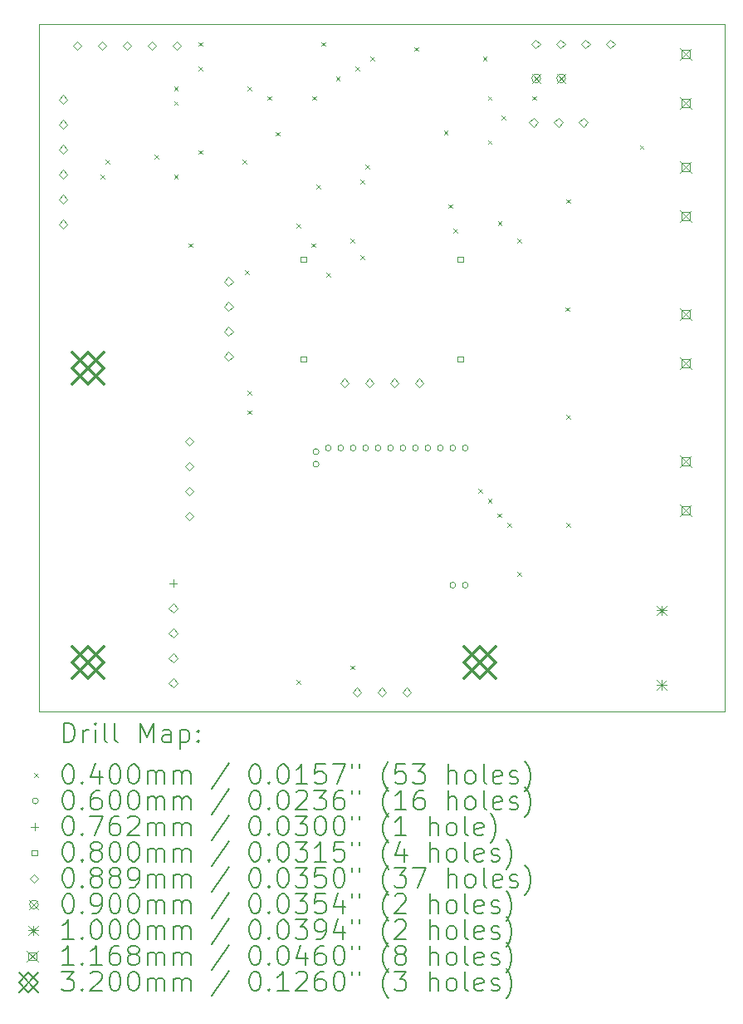
<source format=gbr>
%FSLAX45Y45*%
G04 Gerber Fmt 4.5, Leading zero omitted, Abs format (unit mm)*
G04 Created by KiCad (PCBNEW 6.0.2+dfsg-1) date 2022-06-19 17:26:45*
%MOMM*%
%LPD*%
G01*
G04 APERTURE LIST*
%TA.AperFunction,Profile*%
%ADD10C,0.100000*%
%TD*%
%ADD11C,0.200000*%
%ADD12C,0.040000*%
%ADD13C,0.060000*%
%ADD14C,0.076200*%
%ADD15C,0.080000*%
%ADD16C,0.088900*%
%ADD17C,0.090000*%
%ADD18C,0.100000*%
%ADD19C,0.116840*%
%ADD20C,0.320000*%
G04 APERTURE END LIST*
D10*
X10000000Y-3300000D02*
X17000000Y-3300000D01*
X17000000Y-3300000D02*
X17000000Y-10300000D01*
X17000000Y-10300000D02*
X10000000Y-10300000D01*
X10000000Y-10300000D02*
X10000000Y-3300000D01*
D11*
D12*
X10630000Y-4830000D02*
X10670000Y-4870000D01*
X10670000Y-4830000D02*
X10630000Y-4870000D01*
X10680000Y-4680000D02*
X10720000Y-4720000D01*
X10720000Y-4680000D02*
X10680000Y-4720000D01*
X11180000Y-4630000D02*
X11220000Y-4670000D01*
X11220000Y-4630000D02*
X11180000Y-4670000D01*
X11378770Y-4081230D02*
X11418770Y-4121230D01*
X11418770Y-4081230D02*
X11378770Y-4121230D01*
X11380000Y-3930000D02*
X11420000Y-3970000D01*
X11420000Y-3930000D02*
X11380000Y-3970000D01*
X11380000Y-4830000D02*
X11420000Y-4870000D01*
X11420000Y-4830000D02*
X11380000Y-4870000D01*
X11530000Y-5530000D02*
X11570000Y-5570000D01*
X11570000Y-5530000D02*
X11530000Y-5570000D01*
X11630000Y-3480000D02*
X11670000Y-3520000D01*
X11670000Y-3480000D02*
X11630000Y-3520000D01*
X11630000Y-3730000D02*
X11670000Y-3770000D01*
X11670000Y-3730000D02*
X11630000Y-3770000D01*
X11630000Y-4580000D02*
X11670000Y-4620000D01*
X11670000Y-4580000D02*
X11630000Y-4620000D01*
X12080000Y-4680000D02*
X12120000Y-4720000D01*
X12120000Y-4680000D02*
X12080000Y-4720000D01*
X12106230Y-5803770D02*
X12146230Y-5843770D01*
X12146230Y-5803770D02*
X12106230Y-5843770D01*
X12130000Y-3930000D02*
X12170000Y-3970000D01*
X12170000Y-3930000D02*
X12130000Y-3970000D01*
X12130000Y-7030000D02*
X12170000Y-7070000D01*
X12170000Y-7030000D02*
X12130000Y-7070000D01*
X12130000Y-7230000D02*
X12170000Y-7270000D01*
X12170000Y-7230000D02*
X12130000Y-7270000D01*
X12330000Y-4030000D02*
X12370000Y-4070000D01*
X12370000Y-4030000D02*
X12330000Y-4070000D01*
X12418324Y-4394136D02*
X12458324Y-4434136D01*
X12458324Y-4394136D02*
X12418324Y-4434136D01*
X12630000Y-5330000D02*
X12670000Y-5370000D01*
X12670000Y-5330000D02*
X12630000Y-5370000D01*
X12630000Y-9980000D02*
X12670000Y-10020000D01*
X12670000Y-9980000D02*
X12630000Y-10020000D01*
X12780000Y-5530000D02*
X12820000Y-5570000D01*
X12820000Y-5530000D02*
X12780000Y-5570000D01*
X12789950Y-4030000D02*
X12829950Y-4070000D01*
X12829950Y-4030000D02*
X12789950Y-4070000D01*
X12830000Y-4930000D02*
X12870000Y-4970000D01*
X12870000Y-4930000D02*
X12830000Y-4970000D01*
X12880000Y-3480000D02*
X12920000Y-3520000D01*
X12920000Y-3480000D02*
X12880000Y-3520000D01*
X12930000Y-5830000D02*
X12970000Y-5870000D01*
X12970000Y-5830000D02*
X12930000Y-5870000D01*
X13030000Y-3830000D02*
X13070000Y-3870000D01*
X13070000Y-3830000D02*
X13030000Y-3870000D01*
X13180000Y-5480000D02*
X13220000Y-5520000D01*
X13220000Y-5480000D02*
X13180000Y-5520000D01*
X13180000Y-9830000D02*
X13220000Y-9870000D01*
X13220000Y-9830000D02*
X13180000Y-9870000D01*
X13230000Y-3730000D02*
X13270000Y-3770000D01*
X13270000Y-3730000D02*
X13230000Y-3770000D01*
X13278261Y-5652450D02*
X13318261Y-5692450D01*
X13318261Y-5652450D02*
X13278261Y-5692450D01*
X13280000Y-4880000D02*
X13320000Y-4920000D01*
X13320000Y-4880000D02*
X13280000Y-4920000D01*
X13330000Y-4730000D02*
X13370000Y-4770000D01*
X13370000Y-4730000D02*
X13330000Y-4770000D01*
X13380000Y-3630000D02*
X13420000Y-3670000D01*
X13420000Y-3630000D02*
X13380000Y-3670000D01*
X13830000Y-3530000D02*
X13870000Y-3570000D01*
X13870000Y-3530000D02*
X13830000Y-3570000D01*
X14130000Y-4380000D02*
X14170000Y-4420000D01*
X14170000Y-4380000D02*
X14130000Y-4420000D01*
X14180000Y-5130000D02*
X14220000Y-5170000D01*
X14220000Y-5130000D02*
X14180000Y-5170000D01*
X14230000Y-5380000D02*
X14270000Y-5420000D01*
X14270000Y-5380000D02*
X14230000Y-5420000D01*
X14480000Y-8030000D02*
X14520000Y-8070000D01*
X14520000Y-8030000D02*
X14480000Y-8070000D01*
X14530000Y-3630000D02*
X14570000Y-3670000D01*
X14570000Y-3630000D02*
X14530000Y-3670000D01*
X14580000Y-4030000D02*
X14620000Y-4070000D01*
X14620000Y-4030000D02*
X14580000Y-4070000D01*
X14580000Y-4480000D02*
X14620000Y-4520000D01*
X14620000Y-4480000D02*
X14580000Y-4520000D01*
X14580000Y-8130000D02*
X14620000Y-8170000D01*
X14620000Y-8130000D02*
X14580000Y-8170000D01*
X14680000Y-8280000D02*
X14720000Y-8320000D01*
X14720000Y-8280000D02*
X14680000Y-8320000D01*
X14681739Y-5307550D02*
X14721739Y-5347550D01*
X14721739Y-5307550D02*
X14681739Y-5347550D01*
X14720798Y-4228758D02*
X14760798Y-4268758D01*
X14760798Y-4228758D02*
X14720798Y-4268758D01*
X14780000Y-8380000D02*
X14820000Y-8420000D01*
X14820000Y-8380000D02*
X14780000Y-8420000D01*
X14880000Y-5480000D02*
X14920000Y-5520000D01*
X14920000Y-5480000D02*
X14880000Y-5520000D01*
X14880000Y-8880000D02*
X14920000Y-8920000D01*
X14920000Y-8880000D02*
X14880000Y-8920000D01*
X15030000Y-4030000D02*
X15070000Y-4070000D01*
X15070000Y-4030000D02*
X15030000Y-4070000D01*
X15370000Y-6180000D02*
X15410000Y-6220000D01*
X15410000Y-6180000D02*
X15370000Y-6220000D01*
X15380000Y-5080000D02*
X15420000Y-5120000D01*
X15420000Y-5080000D02*
X15380000Y-5120000D01*
X15380000Y-7280000D02*
X15420000Y-7320000D01*
X15420000Y-7280000D02*
X15380000Y-7320000D01*
X15380000Y-8380000D02*
X15420000Y-8420000D01*
X15420000Y-8380000D02*
X15380000Y-8420000D01*
X16130000Y-4530000D02*
X16170000Y-4570000D01*
X16170000Y-4530000D02*
X16130000Y-4570000D01*
D13*
X12856100Y-7651900D02*
G75*
G03*
X12856100Y-7651900I-30000J0D01*
G01*
X12856100Y-7778900D02*
G75*
G03*
X12856100Y-7778900I-30000J0D01*
G01*
X12982000Y-7614900D02*
G75*
G03*
X12982000Y-7614900I-30000J0D01*
G01*
X13109000Y-7614900D02*
G75*
G03*
X13109000Y-7614900I-30000J0D01*
G01*
X13236000Y-7614900D02*
G75*
G03*
X13236000Y-7614900I-30000J0D01*
G01*
X13363000Y-7614900D02*
G75*
G03*
X13363000Y-7614900I-30000J0D01*
G01*
X13490000Y-7614900D02*
G75*
G03*
X13490000Y-7614900I-30000J0D01*
G01*
X13617000Y-7614900D02*
G75*
G03*
X13617000Y-7614900I-30000J0D01*
G01*
X13744000Y-7614900D02*
G75*
G03*
X13744000Y-7614900I-30000J0D01*
G01*
X13871000Y-7614900D02*
G75*
G03*
X13871000Y-7614900I-30000J0D01*
G01*
X13998000Y-7614900D02*
G75*
G03*
X13998000Y-7614900I-30000J0D01*
G01*
X14125000Y-7614900D02*
G75*
G03*
X14125000Y-7614900I-30000J0D01*
G01*
X14252000Y-7614900D02*
G75*
G03*
X14252000Y-7614900I-30000J0D01*
G01*
X14252000Y-9011900D02*
G75*
G03*
X14252000Y-9011900I-30000J0D01*
G01*
X14379000Y-7614900D02*
G75*
G03*
X14379000Y-7614900I-30000J0D01*
G01*
X14379000Y-9011900D02*
G75*
G03*
X14379000Y-9011900I-30000J0D01*
G01*
D14*
X11371500Y-8953900D02*
X11371500Y-9030100D01*
X11333400Y-8992000D02*
X11409600Y-8992000D01*
D15*
X12728284Y-5720284D02*
X12728284Y-5663715D01*
X12671715Y-5663715D01*
X12671715Y-5720284D01*
X12728284Y-5720284D01*
X12728284Y-6736284D02*
X12728284Y-6679715D01*
X12671715Y-6679715D01*
X12671715Y-6736284D01*
X12728284Y-6736284D01*
X14328284Y-5720284D02*
X14328284Y-5663715D01*
X14271715Y-5663715D01*
X14271715Y-5720284D01*
X14328284Y-5720284D01*
X14328284Y-6736284D02*
X14328284Y-6679715D01*
X14271715Y-6679715D01*
X14271715Y-6736284D01*
X14328284Y-6736284D01*
D16*
X10250000Y-4109450D02*
X10294450Y-4065000D01*
X10250000Y-4020550D01*
X10205550Y-4065000D01*
X10250000Y-4109450D01*
X10250000Y-4363450D02*
X10294450Y-4319000D01*
X10250000Y-4274550D01*
X10205550Y-4319000D01*
X10250000Y-4363450D01*
X10250000Y-4617450D02*
X10294450Y-4573000D01*
X10250000Y-4528550D01*
X10205550Y-4573000D01*
X10250000Y-4617450D01*
X10250000Y-4871450D02*
X10294450Y-4827000D01*
X10250000Y-4782550D01*
X10205550Y-4827000D01*
X10250000Y-4871450D01*
X10250000Y-5125450D02*
X10294450Y-5081000D01*
X10250000Y-5036550D01*
X10205550Y-5081000D01*
X10250000Y-5125450D01*
X10250000Y-5379450D02*
X10294450Y-5335000D01*
X10250000Y-5290550D01*
X10205550Y-5335000D01*
X10250000Y-5379450D01*
X10392000Y-3560450D02*
X10436450Y-3516000D01*
X10392000Y-3471550D01*
X10347550Y-3516000D01*
X10392000Y-3560450D01*
X10646000Y-3560450D02*
X10690450Y-3516000D01*
X10646000Y-3471550D01*
X10601550Y-3516000D01*
X10646000Y-3560450D01*
X10900000Y-3560450D02*
X10944450Y-3516000D01*
X10900000Y-3471550D01*
X10855550Y-3516000D01*
X10900000Y-3560450D01*
X11154000Y-3560450D02*
X11198450Y-3516000D01*
X11154000Y-3471550D01*
X11109550Y-3516000D01*
X11154000Y-3560450D01*
X11371500Y-9290450D02*
X11415950Y-9246000D01*
X11371500Y-9201550D01*
X11327050Y-9246000D01*
X11371500Y-9290450D01*
X11371500Y-9544450D02*
X11415950Y-9500000D01*
X11371500Y-9455550D01*
X11327050Y-9500000D01*
X11371500Y-9544450D01*
X11371500Y-9798450D02*
X11415950Y-9754000D01*
X11371500Y-9709550D01*
X11327050Y-9754000D01*
X11371500Y-9798450D01*
X11371500Y-10052450D02*
X11415950Y-10008000D01*
X11371500Y-9963550D01*
X11327050Y-10008000D01*
X11371500Y-10052450D01*
X11408000Y-3560450D02*
X11452450Y-3516000D01*
X11408000Y-3471550D01*
X11363550Y-3516000D01*
X11408000Y-3560450D01*
X11535000Y-7590450D02*
X11579450Y-7546000D01*
X11535000Y-7501550D01*
X11490550Y-7546000D01*
X11535000Y-7590450D01*
X11535000Y-7844450D02*
X11579450Y-7800000D01*
X11535000Y-7755550D01*
X11490550Y-7800000D01*
X11535000Y-7844450D01*
X11535000Y-8098450D02*
X11579450Y-8054000D01*
X11535000Y-8009550D01*
X11490550Y-8054000D01*
X11535000Y-8098450D01*
X11535000Y-8352450D02*
X11579450Y-8308000D01*
X11535000Y-8263550D01*
X11490550Y-8308000D01*
X11535000Y-8352450D01*
X11936752Y-5963450D02*
X11981202Y-5919000D01*
X11936752Y-5874550D01*
X11892302Y-5919000D01*
X11936752Y-5963450D01*
X11936752Y-6217450D02*
X11981202Y-6173000D01*
X11936752Y-6128550D01*
X11892302Y-6173000D01*
X11936752Y-6217450D01*
X11936752Y-6471450D02*
X11981202Y-6427000D01*
X11936752Y-6382550D01*
X11892302Y-6427000D01*
X11936752Y-6471450D01*
X11936752Y-6725450D02*
X11981202Y-6681000D01*
X11936752Y-6636550D01*
X11892302Y-6681000D01*
X11936752Y-6725450D01*
X13117750Y-6995450D02*
X13162200Y-6951000D01*
X13117750Y-6906550D01*
X13073300Y-6951000D01*
X13117750Y-6995450D01*
X13246000Y-10144450D02*
X13290450Y-10100000D01*
X13246000Y-10055550D01*
X13201550Y-10100000D01*
X13246000Y-10144450D01*
X13371750Y-6995450D02*
X13416200Y-6951000D01*
X13371750Y-6906550D01*
X13327300Y-6951000D01*
X13371750Y-6995450D01*
X13500000Y-10144450D02*
X13544450Y-10100000D01*
X13500000Y-10055550D01*
X13455550Y-10100000D01*
X13500000Y-10144450D01*
X13625750Y-6995450D02*
X13670200Y-6951000D01*
X13625750Y-6906550D01*
X13581300Y-6951000D01*
X13625750Y-6995450D01*
X13754000Y-10144450D02*
X13798450Y-10100000D01*
X13754000Y-10055550D01*
X13709550Y-10100000D01*
X13754000Y-10144450D01*
X13879750Y-6995450D02*
X13924200Y-6951000D01*
X13879750Y-6906550D01*
X13835300Y-6951000D01*
X13879750Y-6995450D01*
X15046000Y-4344450D02*
X15090450Y-4300000D01*
X15046000Y-4255550D01*
X15001550Y-4300000D01*
X15046000Y-4344450D01*
X15069000Y-3544450D02*
X15113450Y-3500000D01*
X15069000Y-3455550D01*
X15024550Y-3500000D01*
X15069000Y-3544450D01*
X15300000Y-4344450D02*
X15344450Y-4300000D01*
X15300000Y-4255550D01*
X15255550Y-4300000D01*
X15300000Y-4344450D01*
X15323000Y-3544450D02*
X15367450Y-3500000D01*
X15323000Y-3455550D01*
X15278550Y-3500000D01*
X15323000Y-3544450D01*
X15554000Y-4344450D02*
X15598450Y-4300000D01*
X15554000Y-4255550D01*
X15509550Y-4300000D01*
X15554000Y-4344450D01*
X15577000Y-3544450D02*
X15621450Y-3500000D01*
X15577000Y-3455550D01*
X15532550Y-3500000D01*
X15577000Y-3544450D01*
X15831000Y-3544450D02*
X15875450Y-3500000D01*
X15831000Y-3455550D01*
X15786550Y-3500000D01*
X15831000Y-3544450D01*
D17*
X15028000Y-3805000D02*
X15118000Y-3895000D01*
X15118000Y-3805000D02*
X15028000Y-3895000D01*
X15118000Y-3850000D02*
G75*
G03*
X15118000Y-3850000I-45000J0D01*
G01*
X15282000Y-3805000D02*
X15372000Y-3895000D01*
X15372000Y-3805000D02*
X15282000Y-3895000D01*
X15372000Y-3850000D02*
G75*
G03*
X15372000Y-3850000I-45000J0D01*
G01*
D18*
X16300000Y-9220000D02*
X16400000Y-9320000D01*
X16400000Y-9220000D02*
X16300000Y-9320000D01*
X16350000Y-9220000D02*
X16350000Y-9320000D01*
X16300000Y-9270000D02*
X16400000Y-9270000D01*
X16300000Y-9980000D02*
X16400000Y-10080000D01*
X16400000Y-9980000D02*
X16300000Y-10080000D01*
X16350000Y-9980000D02*
X16350000Y-10080000D01*
X16300000Y-10030000D02*
X16400000Y-10030000D01*
D19*
X16536580Y-3541580D02*
X16653420Y-3658420D01*
X16653420Y-3541580D02*
X16536580Y-3658420D01*
X16636310Y-3641310D02*
X16636310Y-3558690D01*
X16553690Y-3558690D01*
X16553690Y-3641310D01*
X16636310Y-3641310D01*
X16536580Y-4041580D02*
X16653420Y-4158420D01*
X16653420Y-4041580D02*
X16536580Y-4158420D01*
X16636310Y-4141310D02*
X16636310Y-4058690D01*
X16553690Y-4058690D01*
X16553690Y-4141310D01*
X16636310Y-4141310D01*
X16536580Y-4691580D02*
X16653420Y-4808420D01*
X16653420Y-4691580D02*
X16536580Y-4808420D01*
X16636310Y-4791310D02*
X16636310Y-4708690D01*
X16553690Y-4708690D01*
X16553690Y-4791310D01*
X16636310Y-4791310D01*
X16536580Y-5191580D02*
X16653420Y-5308420D01*
X16653420Y-5191580D02*
X16536580Y-5308420D01*
X16636310Y-5291310D02*
X16636310Y-5208690D01*
X16553690Y-5208690D01*
X16553690Y-5291310D01*
X16636310Y-5291310D01*
X16536580Y-6191580D02*
X16653420Y-6308420D01*
X16653420Y-6191580D02*
X16536580Y-6308420D01*
X16636310Y-6291310D02*
X16636310Y-6208690D01*
X16553690Y-6208690D01*
X16553690Y-6291310D01*
X16636310Y-6291310D01*
X16536580Y-6691580D02*
X16653420Y-6808420D01*
X16653420Y-6691580D02*
X16536580Y-6808420D01*
X16636310Y-6791310D02*
X16636310Y-6708690D01*
X16553690Y-6708690D01*
X16553690Y-6791310D01*
X16636310Y-6791310D01*
X16536580Y-7691580D02*
X16653420Y-7808420D01*
X16653420Y-7691580D02*
X16536580Y-7808420D01*
X16636310Y-7791310D02*
X16636310Y-7708690D01*
X16553690Y-7708690D01*
X16553690Y-7791310D01*
X16636310Y-7791310D01*
X16536580Y-8191580D02*
X16653420Y-8308420D01*
X16653420Y-8191580D02*
X16536580Y-8308420D01*
X16636310Y-8291310D02*
X16636310Y-8208690D01*
X16553690Y-8208690D01*
X16553690Y-8291310D01*
X16636310Y-8291310D01*
D20*
X10340000Y-6640000D02*
X10660000Y-6960000D01*
X10660000Y-6640000D02*
X10340000Y-6960000D01*
X10500000Y-6960000D02*
X10660000Y-6800000D01*
X10500000Y-6640000D01*
X10340000Y-6800000D01*
X10500000Y-6960000D01*
X10340000Y-9640000D02*
X10660000Y-9960000D01*
X10660000Y-9640000D02*
X10340000Y-9960000D01*
X10500000Y-9960000D02*
X10660000Y-9800000D01*
X10500000Y-9640000D01*
X10340000Y-9800000D01*
X10500000Y-9960000D01*
X14340000Y-9640000D02*
X14660000Y-9960000D01*
X14660000Y-9640000D02*
X14340000Y-9960000D01*
X14500000Y-9960000D02*
X14660000Y-9800000D01*
X14500000Y-9640000D01*
X14340000Y-9800000D01*
X14500000Y-9960000D01*
D11*
X10252619Y-10615476D02*
X10252619Y-10415476D01*
X10300238Y-10415476D01*
X10328810Y-10425000D01*
X10347857Y-10444048D01*
X10357381Y-10463095D01*
X10366905Y-10501190D01*
X10366905Y-10529762D01*
X10357381Y-10567857D01*
X10347857Y-10586905D01*
X10328810Y-10605952D01*
X10300238Y-10615476D01*
X10252619Y-10615476D01*
X10452619Y-10615476D02*
X10452619Y-10482143D01*
X10452619Y-10520238D02*
X10462143Y-10501190D01*
X10471667Y-10491667D01*
X10490714Y-10482143D01*
X10509762Y-10482143D01*
X10576429Y-10615476D02*
X10576429Y-10482143D01*
X10576429Y-10415476D02*
X10566905Y-10425000D01*
X10576429Y-10434524D01*
X10585952Y-10425000D01*
X10576429Y-10415476D01*
X10576429Y-10434524D01*
X10700238Y-10615476D02*
X10681190Y-10605952D01*
X10671667Y-10586905D01*
X10671667Y-10415476D01*
X10805000Y-10615476D02*
X10785952Y-10605952D01*
X10776429Y-10586905D01*
X10776429Y-10415476D01*
X11033571Y-10615476D02*
X11033571Y-10415476D01*
X11100238Y-10558333D01*
X11166905Y-10415476D01*
X11166905Y-10615476D01*
X11347857Y-10615476D02*
X11347857Y-10510714D01*
X11338333Y-10491667D01*
X11319286Y-10482143D01*
X11281190Y-10482143D01*
X11262143Y-10491667D01*
X11347857Y-10605952D02*
X11328809Y-10615476D01*
X11281190Y-10615476D01*
X11262143Y-10605952D01*
X11252619Y-10586905D01*
X11252619Y-10567857D01*
X11262143Y-10548810D01*
X11281190Y-10539286D01*
X11328809Y-10539286D01*
X11347857Y-10529762D01*
X11443095Y-10482143D02*
X11443095Y-10682143D01*
X11443095Y-10491667D02*
X11462143Y-10482143D01*
X11500238Y-10482143D01*
X11519286Y-10491667D01*
X11528809Y-10501190D01*
X11538333Y-10520238D01*
X11538333Y-10577381D01*
X11528809Y-10596429D01*
X11519286Y-10605952D01*
X11500238Y-10615476D01*
X11462143Y-10615476D01*
X11443095Y-10605952D01*
X11624048Y-10596429D02*
X11633571Y-10605952D01*
X11624048Y-10615476D01*
X11614524Y-10605952D01*
X11624048Y-10596429D01*
X11624048Y-10615476D01*
X11624048Y-10491667D02*
X11633571Y-10501190D01*
X11624048Y-10510714D01*
X11614524Y-10501190D01*
X11624048Y-10491667D01*
X11624048Y-10510714D01*
D12*
X9955000Y-10925000D02*
X9995000Y-10965000D01*
X9995000Y-10925000D02*
X9955000Y-10965000D01*
D11*
X10290714Y-10835476D02*
X10309762Y-10835476D01*
X10328810Y-10845000D01*
X10338333Y-10854524D01*
X10347857Y-10873571D01*
X10357381Y-10911667D01*
X10357381Y-10959286D01*
X10347857Y-10997381D01*
X10338333Y-11016429D01*
X10328810Y-11025952D01*
X10309762Y-11035476D01*
X10290714Y-11035476D01*
X10271667Y-11025952D01*
X10262143Y-11016429D01*
X10252619Y-10997381D01*
X10243095Y-10959286D01*
X10243095Y-10911667D01*
X10252619Y-10873571D01*
X10262143Y-10854524D01*
X10271667Y-10845000D01*
X10290714Y-10835476D01*
X10443095Y-11016429D02*
X10452619Y-11025952D01*
X10443095Y-11035476D01*
X10433571Y-11025952D01*
X10443095Y-11016429D01*
X10443095Y-11035476D01*
X10624048Y-10902143D02*
X10624048Y-11035476D01*
X10576429Y-10825952D02*
X10528810Y-10968810D01*
X10652619Y-10968810D01*
X10766905Y-10835476D02*
X10785952Y-10835476D01*
X10805000Y-10845000D01*
X10814524Y-10854524D01*
X10824048Y-10873571D01*
X10833571Y-10911667D01*
X10833571Y-10959286D01*
X10824048Y-10997381D01*
X10814524Y-11016429D01*
X10805000Y-11025952D01*
X10785952Y-11035476D01*
X10766905Y-11035476D01*
X10747857Y-11025952D01*
X10738333Y-11016429D01*
X10728810Y-10997381D01*
X10719286Y-10959286D01*
X10719286Y-10911667D01*
X10728810Y-10873571D01*
X10738333Y-10854524D01*
X10747857Y-10845000D01*
X10766905Y-10835476D01*
X10957381Y-10835476D02*
X10976429Y-10835476D01*
X10995476Y-10845000D01*
X11005000Y-10854524D01*
X11014524Y-10873571D01*
X11024048Y-10911667D01*
X11024048Y-10959286D01*
X11014524Y-10997381D01*
X11005000Y-11016429D01*
X10995476Y-11025952D01*
X10976429Y-11035476D01*
X10957381Y-11035476D01*
X10938333Y-11025952D01*
X10928810Y-11016429D01*
X10919286Y-10997381D01*
X10909762Y-10959286D01*
X10909762Y-10911667D01*
X10919286Y-10873571D01*
X10928810Y-10854524D01*
X10938333Y-10845000D01*
X10957381Y-10835476D01*
X11109762Y-11035476D02*
X11109762Y-10902143D01*
X11109762Y-10921190D02*
X11119286Y-10911667D01*
X11138333Y-10902143D01*
X11166905Y-10902143D01*
X11185952Y-10911667D01*
X11195476Y-10930714D01*
X11195476Y-11035476D01*
X11195476Y-10930714D02*
X11205000Y-10911667D01*
X11224048Y-10902143D01*
X11252619Y-10902143D01*
X11271667Y-10911667D01*
X11281190Y-10930714D01*
X11281190Y-11035476D01*
X11376428Y-11035476D02*
X11376428Y-10902143D01*
X11376428Y-10921190D02*
X11385952Y-10911667D01*
X11405000Y-10902143D01*
X11433571Y-10902143D01*
X11452619Y-10911667D01*
X11462143Y-10930714D01*
X11462143Y-11035476D01*
X11462143Y-10930714D02*
X11471667Y-10911667D01*
X11490714Y-10902143D01*
X11519286Y-10902143D01*
X11538333Y-10911667D01*
X11547857Y-10930714D01*
X11547857Y-11035476D01*
X11938333Y-10825952D02*
X11766905Y-11083095D01*
X12195476Y-10835476D02*
X12214524Y-10835476D01*
X12233571Y-10845000D01*
X12243095Y-10854524D01*
X12252619Y-10873571D01*
X12262143Y-10911667D01*
X12262143Y-10959286D01*
X12252619Y-10997381D01*
X12243095Y-11016429D01*
X12233571Y-11025952D01*
X12214524Y-11035476D01*
X12195476Y-11035476D01*
X12176428Y-11025952D01*
X12166905Y-11016429D01*
X12157381Y-10997381D01*
X12147857Y-10959286D01*
X12147857Y-10911667D01*
X12157381Y-10873571D01*
X12166905Y-10854524D01*
X12176428Y-10845000D01*
X12195476Y-10835476D01*
X12347857Y-11016429D02*
X12357381Y-11025952D01*
X12347857Y-11035476D01*
X12338333Y-11025952D01*
X12347857Y-11016429D01*
X12347857Y-11035476D01*
X12481190Y-10835476D02*
X12500238Y-10835476D01*
X12519286Y-10845000D01*
X12528809Y-10854524D01*
X12538333Y-10873571D01*
X12547857Y-10911667D01*
X12547857Y-10959286D01*
X12538333Y-10997381D01*
X12528809Y-11016429D01*
X12519286Y-11025952D01*
X12500238Y-11035476D01*
X12481190Y-11035476D01*
X12462143Y-11025952D01*
X12452619Y-11016429D01*
X12443095Y-10997381D01*
X12433571Y-10959286D01*
X12433571Y-10911667D01*
X12443095Y-10873571D01*
X12452619Y-10854524D01*
X12462143Y-10845000D01*
X12481190Y-10835476D01*
X12738333Y-11035476D02*
X12624048Y-11035476D01*
X12681190Y-11035476D02*
X12681190Y-10835476D01*
X12662143Y-10864048D01*
X12643095Y-10883095D01*
X12624048Y-10892619D01*
X12919286Y-10835476D02*
X12824048Y-10835476D01*
X12814524Y-10930714D01*
X12824048Y-10921190D01*
X12843095Y-10911667D01*
X12890714Y-10911667D01*
X12909762Y-10921190D01*
X12919286Y-10930714D01*
X12928809Y-10949762D01*
X12928809Y-10997381D01*
X12919286Y-11016429D01*
X12909762Y-11025952D01*
X12890714Y-11035476D01*
X12843095Y-11035476D01*
X12824048Y-11025952D01*
X12814524Y-11016429D01*
X12995476Y-10835476D02*
X13128809Y-10835476D01*
X13043095Y-11035476D01*
X13195476Y-10835476D02*
X13195476Y-10873571D01*
X13271667Y-10835476D02*
X13271667Y-10873571D01*
X13566905Y-11111667D02*
X13557381Y-11102143D01*
X13538333Y-11073571D01*
X13528809Y-11054524D01*
X13519286Y-11025952D01*
X13509762Y-10978333D01*
X13509762Y-10940238D01*
X13519286Y-10892619D01*
X13528809Y-10864048D01*
X13538333Y-10845000D01*
X13557381Y-10816429D01*
X13566905Y-10806905D01*
X13738333Y-10835476D02*
X13643095Y-10835476D01*
X13633571Y-10930714D01*
X13643095Y-10921190D01*
X13662143Y-10911667D01*
X13709762Y-10911667D01*
X13728809Y-10921190D01*
X13738333Y-10930714D01*
X13747857Y-10949762D01*
X13747857Y-10997381D01*
X13738333Y-11016429D01*
X13728809Y-11025952D01*
X13709762Y-11035476D01*
X13662143Y-11035476D01*
X13643095Y-11025952D01*
X13633571Y-11016429D01*
X13814524Y-10835476D02*
X13938333Y-10835476D01*
X13871667Y-10911667D01*
X13900238Y-10911667D01*
X13919286Y-10921190D01*
X13928809Y-10930714D01*
X13938333Y-10949762D01*
X13938333Y-10997381D01*
X13928809Y-11016429D01*
X13919286Y-11025952D01*
X13900238Y-11035476D01*
X13843095Y-11035476D01*
X13824048Y-11025952D01*
X13814524Y-11016429D01*
X14176428Y-11035476D02*
X14176428Y-10835476D01*
X14262143Y-11035476D02*
X14262143Y-10930714D01*
X14252619Y-10911667D01*
X14233571Y-10902143D01*
X14205000Y-10902143D01*
X14185952Y-10911667D01*
X14176428Y-10921190D01*
X14385952Y-11035476D02*
X14366905Y-11025952D01*
X14357381Y-11016429D01*
X14347857Y-10997381D01*
X14347857Y-10940238D01*
X14357381Y-10921190D01*
X14366905Y-10911667D01*
X14385952Y-10902143D01*
X14414524Y-10902143D01*
X14433571Y-10911667D01*
X14443095Y-10921190D01*
X14452619Y-10940238D01*
X14452619Y-10997381D01*
X14443095Y-11016429D01*
X14433571Y-11025952D01*
X14414524Y-11035476D01*
X14385952Y-11035476D01*
X14566905Y-11035476D02*
X14547857Y-11025952D01*
X14538333Y-11006905D01*
X14538333Y-10835476D01*
X14719286Y-11025952D02*
X14700238Y-11035476D01*
X14662143Y-11035476D01*
X14643095Y-11025952D01*
X14633571Y-11006905D01*
X14633571Y-10930714D01*
X14643095Y-10911667D01*
X14662143Y-10902143D01*
X14700238Y-10902143D01*
X14719286Y-10911667D01*
X14728809Y-10930714D01*
X14728809Y-10949762D01*
X14633571Y-10968810D01*
X14805000Y-11025952D02*
X14824048Y-11035476D01*
X14862143Y-11035476D01*
X14881190Y-11025952D01*
X14890714Y-11006905D01*
X14890714Y-10997381D01*
X14881190Y-10978333D01*
X14862143Y-10968810D01*
X14833571Y-10968810D01*
X14814524Y-10959286D01*
X14805000Y-10940238D01*
X14805000Y-10930714D01*
X14814524Y-10911667D01*
X14833571Y-10902143D01*
X14862143Y-10902143D01*
X14881190Y-10911667D01*
X14957381Y-11111667D02*
X14966905Y-11102143D01*
X14985952Y-11073571D01*
X14995476Y-11054524D01*
X15005000Y-11025952D01*
X15014524Y-10978333D01*
X15014524Y-10940238D01*
X15005000Y-10892619D01*
X14995476Y-10864048D01*
X14985952Y-10845000D01*
X14966905Y-10816429D01*
X14957381Y-10806905D01*
D13*
X9995000Y-11209000D02*
G75*
G03*
X9995000Y-11209000I-30000J0D01*
G01*
D11*
X10290714Y-11099476D02*
X10309762Y-11099476D01*
X10328810Y-11109000D01*
X10338333Y-11118524D01*
X10347857Y-11137571D01*
X10357381Y-11175667D01*
X10357381Y-11223286D01*
X10347857Y-11261381D01*
X10338333Y-11280428D01*
X10328810Y-11289952D01*
X10309762Y-11299476D01*
X10290714Y-11299476D01*
X10271667Y-11289952D01*
X10262143Y-11280428D01*
X10252619Y-11261381D01*
X10243095Y-11223286D01*
X10243095Y-11175667D01*
X10252619Y-11137571D01*
X10262143Y-11118524D01*
X10271667Y-11109000D01*
X10290714Y-11099476D01*
X10443095Y-11280428D02*
X10452619Y-11289952D01*
X10443095Y-11299476D01*
X10433571Y-11289952D01*
X10443095Y-11280428D01*
X10443095Y-11299476D01*
X10624048Y-11099476D02*
X10585952Y-11099476D01*
X10566905Y-11109000D01*
X10557381Y-11118524D01*
X10538333Y-11147095D01*
X10528810Y-11185190D01*
X10528810Y-11261381D01*
X10538333Y-11280428D01*
X10547857Y-11289952D01*
X10566905Y-11299476D01*
X10605000Y-11299476D01*
X10624048Y-11289952D01*
X10633571Y-11280428D01*
X10643095Y-11261381D01*
X10643095Y-11213762D01*
X10633571Y-11194714D01*
X10624048Y-11185190D01*
X10605000Y-11175667D01*
X10566905Y-11175667D01*
X10547857Y-11185190D01*
X10538333Y-11194714D01*
X10528810Y-11213762D01*
X10766905Y-11099476D02*
X10785952Y-11099476D01*
X10805000Y-11109000D01*
X10814524Y-11118524D01*
X10824048Y-11137571D01*
X10833571Y-11175667D01*
X10833571Y-11223286D01*
X10824048Y-11261381D01*
X10814524Y-11280428D01*
X10805000Y-11289952D01*
X10785952Y-11299476D01*
X10766905Y-11299476D01*
X10747857Y-11289952D01*
X10738333Y-11280428D01*
X10728810Y-11261381D01*
X10719286Y-11223286D01*
X10719286Y-11175667D01*
X10728810Y-11137571D01*
X10738333Y-11118524D01*
X10747857Y-11109000D01*
X10766905Y-11099476D01*
X10957381Y-11099476D02*
X10976429Y-11099476D01*
X10995476Y-11109000D01*
X11005000Y-11118524D01*
X11014524Y-11137571D01*
X11024048Y-11175667D01*
X11024048Y-11223286D01*
X11014524Y-11261381D01*
X11005000Y-11280428D01*
X10995476Y-11289952D01*
X10976429Y-11299476D01*
X10957381Y-11299476D01*
X10938333Y-11289952D01*
X10928810Y-11280428D01*
X10919286Y-11261381D01*
X10909762Y-11223286D01*
X10909762Y-11175667D01*
X10919286Y-11137571D01*
X10928810Y-11118524D01*
X10938333Y-11109000D01*
X10957381Y-11099476D01*
X11109762Y-11299476D02*
X11109762Y-11166143D01*
X11109762Y-11185190D02*
X11119286Y-11175667D01*
X11138333Y-11166143D01*
X11166905Y-11166143D01*
X11185952Y-11175667D01*
X11195476Y-11194714D01*
X11195476Y-11299476D01*
X11195476Y-11194714D02*
X11205000Y-11175667D01*
X11224048Y-11166143D01*
X11252619Y-11166143D01*
X11271667Y-11175667D01*
X11281190Y-11194714D01*
X11281190Y-11299476D01*
X11376428Y-11299476D02*
X11376428Y-11166143D01*
X11376428Y-11185190D02*
X11385952Y-11175667D01*
X11405000Y-11166143D01*
X11433571Y-11166143D01*
X11452619Y-11175667D01*
X11462143Y-11194714D01*
X11462143Y-11299476D01*
X11462143Y-11194714D02*
X11471667Y-11175667D01*
X11490714Y-11166143D01*
X11519286Y-11166143D01*
X11538333Y-11175667D01*
X11547857Y-11194714D01*
X11547857Y-11299476D01*
X11938333Y-11089952D02*
X11766905Y-11347095D01*
X12195476Y-11099476D02*
X12214524Y-11099476D01*
X12233571Y-11109000D01*
X12243095Y-11118524D01*
X12252619Y-11137571D01*
X12262143Y-11175667D01*
X12262143Y-11223286D01*
X12252619Y-11261381D01*
X12243095Y-11280428D01*
X12233571Y-11289952D01*
X12214524Y-11299476D01*
X12195476Y-11299476D01*
X12176428Y-11289952D01*
X12166905Y-11280428D01*
X12157381Y-11261381D01*
X12147857Y-11223286D01*
X12147857Y-11175667D01*
X12157381Y-11137571D01*
X12166905Y-11118524D01*
X12176428Y-11109000D01*
X12195476Y-11099476D01*
X12347857Y-11280428D02*
X12357381Y-11289952D01*
X12347857Y-11299476D01*
X12338333Y-11289952D01*
X12347857Y-11280428D01*
X12347857Y-11299476D01*
X12481190Y-11099476D02*
X12500238Y-11099476D01*
X12519286Y-11109000D01*
X12528809Y-11118524D01*
X12538333Y-11137571D01*
X12547857Y-11175667D01*
X12547857Y-11223286D01*
X12538333Y-11261381D01*
X12528809Y-11280428D01*
X12519286Y-11289952D01*
X12500238Y-11299476D01*
X12481190Y-11299476D01*
X12462143Y-11289952D01*
X12452619Y-11280428D01*
X12443095Y-11261381D01*
X12433571Y-11223286D01*
X12433571Y-11175667D01*
X12443095Y-11137571D01*
X12452619Y-11118524D01*
X12462143Y-11109000D01*
X12481190Y-11099476D01*
X12624048Y-11118524D02*
X12633571Y-11109000D01*
X12652619Y-11099476D01*
X12700238Y-11099476D01*
X12719286Y-11109000D01*
X12728809Y-11118524D01*
X12738333Y-11137571D01*
X12738333Y-11156619D01*
X12728809Y-11185190D01*
X12614524Y-11299476D01*
X12738333Y-11299476D01*
X12805000Y-11099476D02*
X12928809Y-11099476D01*
X12862143Y-11175667D01*
X12890714Y-11175667D01*
X12909762Y-11185190D01*
X12919286Y-11194714D01*
X12928809Y-11213762D01*
X12928809Y-11261381D01*
X12919286Y-11280428D01*
X12909762Y-11289952D01*
X12890714Y-11299476D01*
X12833571Y-11299476D01*
X12814524Y-11289952D01*
X12805000Y-11280428D01*
X13100238Y-11099476D02*
X13062143Y-11099476D01*
X13043095Y-11109000D01*
X13033571Y-11118524D01*
X13014524Y-11147095D01*
X13005000Y-11185190D01*
X13005000Y-11261381D01*
X13014524Y-11280428D01*
X13024048Y-11289952D01*
X13043095Y-11299476D01*
X13081190Y-11299476D01*
X13100238Y-11289952D01*
X13109762Y-11280428D01*
X13119286Y-11261381D01*
X13119286Y-11213762D01*
X13109762Y-11194714D01*
X13100238Y-11185190D01*
X13081190Y-11175667D01*
X13043095Y-11175667D01*
X13024048Y-11185190D01*
X13014524Y-11194714D01*
X13005000Y-11213762D01*
X13195476Y-11099476D02*
X13195476Y-11137571D01*
X13271667Y-11099476D02*
X13271667Y-11137571D01*
X13566905Y-11375667D02*
X13557381Y-11366143D01*
X13538333Y-11337571D01*
X13528809Y-11318524D01*
X13519286Y-11289952D01*
X13509762Y-11242333D01*
X13509762Y-11204238D01*
X13519286Y-11156619D01*
X13528809Y-11128048D01*
X13538333Y-11109000D01*
X13557381Y-11080429D01*
X13566905Y-11070905D01*
X13747857Y-11299476D02*
X13633571Y-11299476D01*
X13690714Y-11299476D02*
X13690714Y-11099476D01*
X13671667Y-11128048D01*
X13652619Y-11147095D01*
X13633571Y-11156619D01*
X13919286Y-11099476D02*
X13881190Y-11099476D01*
X13862143Y-11109000D01*
X13852619Y-11118524D01*
X13833571Y-11147095D01*
X13824048Y-11185190D01*
X13824048Y-11261381D01*
X13833571Y-11280428D01*
X13843095Y-11289952D01*
X13862143Y-11299476D01*
X13900238Y-11299476D01*
X13919286Y-11289952D01*
X13928809Y-11280428D01*
X13938333Y-11261381D01*
X13938333Y-11213762D01*
X13928809Y-11194714D01*
X13919286Y-11185190D01*
X13900238Y-11175667D01*
X13862143Y-11175667D01*
X13843095Y-11185190D01*
X13833571Y-11194714D01*
X13824048Y-11213762D01*
X14176428Y-11299476D02*
X14176428Y-11099476D01*
X14262143Y-11299476D02*
X14262143Y-11194714D01*
X14252619Y-11175667D01*
X14233571Y-11166143D01*
X14205000Y-11166143D01*
X14185952Y-11175667D01*
X14176428Y-11185190D01*
X14385952Y-11299476D02*
X14366905Y-11289952D01*
X14357381Y-11280428D01*
X14347857Y-11261381D01*
X14347857Y-11204238D01*
X14357381Y-11185190D01*
X14366905Y-11175667D01*
X14385952Y-11166143D01*
X14414524Y-11166143D01*
X14433571Y-11175667D01*
X14443095Y-11185190D01*
X14452619Y-11204238D01*
X14452619Y-11261381D01*
X14443095Y-11280428D01*
X14433571Y-11289952D01*
X14414524Y-11299476D01*
X14385952Y-11299476D01*
X14566905Y-11299476D02*
X14547857Y-11289952D01*
X14538333Y-11270905D01*
X14538333Y-11099476D01*
X14719286Y-11289952D02*
X14700238Y-11299476D01*
X14662143Y-11299476D01*
X14643095Y-11289952D01*
X14633571Y-11270905D01*
X14633571Y-11194714D01*
X14643095Y-11175667D01*
X14662143Y-11166143D01*
X14700238Y-11166143D01*
X14719286Y-11175667D01*
X14728809Y-11194714D01*
X14728809Y-11213762D01*
X14633571Y-11232809D01*
X14805000Y-11289952D02*
X14824048Y-11299476D01*
X14862143Y-11299476D01*
X14881190Y-11289952D01*
X14890714Y-11270905D01*
X14890714Y-11261381D01*
X14881190Y-11242333D01*
X14862143Y-11232809D01*
X14833571Y-11232809D01*
X14814524Y-11223286D01*
X14805000Y-11204238D01*
X14805000Y-11194714D01*
X14814524Y-11175667D01*
X14833571Y-11166143D01*
X14862143Y-11166143D01*
X14881190Y-11175667D01*
X14957381Y-11375667D02*
X14966905Y-11366143D01*
X14985952Y-11337571D01*
X14995476Y-11318524D01*
X15005000Y-11289952D01*
X15014524Y-11242333D01*
X15014524Y-11204238D01*
X15005000Y-11156619D01*
X14995476Y-11128048D01*
X14985952Y-11109000D01*
X14966905Y-11080429D01*
X14957381Y-11070905D01*
D14*
X9956900Y-11434900D02*
X9956900Y-11511100D01*
X9918800Y-11473000D02*
X9995000Y-11473000D01*
D11*
X10290714Y-11363476D02*
X10309762Y-11363476D01*
X10328810Y-11373000D01*
X10338333Y-11382524D01*
X10347857Y-11401571D01*
X10357381Y-11439667D01*
X10357381Y-11487286D01*
X10347857Y-11525381D01*
X10338333Y-11544428D01*
X10328810Y-11553952D01*
X10309762Y-11563476D01*
X10290714Y-11563476D01*
X10271667Y-11553952D01*
X10262143Y-11544428D01*
X10252619Y-11525381D01*
X10243095Y-11487286D01*
X10243095Y-11439667D01*
X10252619Y-11401571D01*
X10262143Y-11382524D01*
X10271667Y-11373000D01*
X10290714Y-11363476D01*
X10443095Y-11544428D02*
X10452619Y-11553952D01*
X10443095Y-11563476D01*
X10433571Y-11553952D01*
X10443095Y-11544428D01*
X10443095Y-11563476D01*
X10519286Y-11363476D02*
X10652619Y-11363476D01*
X10566905Y-11563476D01*
X10814524Y-11363476D02*
X10776429Y-11363476D01*
X10757381Y-11373000D01*
X10747857Y-11382524D01*
X10728810Y-11411095D01*
X10719286Y-11449190D01*
X10719286Y-11525381D01*
X10728810Y-11544428D01*
X10738333Y-11553952D01*
X10757381Y-11563476D01*
X10795476Y-11563476D01*
X10814524Y-11553952D01*
X10824048Y-11544428D01*
X10833571Y-11525381D01*
X10833571Y-11477762D01*
X10824048Y-11458714D01*
X10814524Y-11449190D01*
X10795476Y-11439667D01*
X10757381Y-11439667D01*
X10738333Y-11449190D01*
X10728810Y-11458714D01*
X10719286Y-11477762D01*
X10909762Y-11382524D02*
X10919286Y-11373000D01*
X10938333Y-11363476D01*
X10985952Y-11363476D01*
X11005000Y-11373000D01*
X11014524Y-11382524D01*
X11024048Y-11401571D01*
X11024048Y-11420619D01*
X11014524Y-11449190D01*
X10900238Y-11563476D01*
X11024048Y-11563476D01*
X11109762Y-11563476D02*
X11109762Y-11430143D01*
X11109762Y-11449190D02*
X11119286Y-11439667D01*
X11138333Y-11430143D01*
X11166905Y-11430143D01*
X11185952Y-11439667D01*
X11195476Y-11458714D01*
X11195476Y-11563476D01*
X11195476Y-11458714D02*
X11205000Y-11439667D01*
X11224048Y-11430143D01*
X11252619Y-11430143D01*
X11271667Y-11439667D01*
X11281190Y-11458714D01*
X11281190Y-11563476D01*
X11376428Y-11563476D02*
X11376428Y-11430143D01*
X11376428Y-11449190D02*
X11385952Y-11439667D01*
X11405000Y-11430143D01*
X11433571Y-11430143D01*
X11452619Y-11439667D01*
X11462143Y-11458714D01*
X11462143Y-11563476D01*
X11462143Y-11458714D02*
X11471667Y-11439667D01*
X11490714Y-11430143D01*
X11519286Y-11430143D01*
X11538333Y-11439667D01*
X11547857Y-11458714D01*
X11547857Y-11563476D01*
X11938333Y-11353952D02*
X11766905Y-11611095D01*
X12195476Y-11363476D02*
X12214524Y-11363476D01*
X12233571Y-11373000D01*
X12243095Y-11382524D01*
X12252619Y-11401571D01*
X12262143Y-11439667D01*
X12262143Y-11487286D01*
X12252619Y-11525381D01*
X12243095Y-11544428D01*
X12233571Y-11553952D01*
X12214524Y-11563476D01*
X12195476Y-11563476D01*
X12176428Y-11553952D01*
X12166905Y-11544428D01*
X12157381Y-11525381D01*
X12147857Y-11487286D01*
X12147857Y-11439667D01*
X12157381Y-11401571D01*
X12166905Y-11382524D01*
X12176428Y-11373000D01*
X12195476Y-11363476D01*
X12347857Y-11544428D02*
X12357381Y-11553952D01*
X12347857Y-11563476D01*
X12338333Y-11553952D01*
X12347857Y-11544428D01*
X12347857Y-11563476D01*
X12481190Y-11363476D02*
X12500238Y-11363476D01*
X12519286Y-11373000D01*
X12528809Y-11382524D01*
X12538333Y-11401571D01*
X12547857Y-11439667D01*
X12547857Y-11487286D01*
X12538333Y-11525381D01*
X12528809Y-11544428D01*
X12519286Y-11553952D01*
X12500238Y-11563476D01*
X12481190Y-11563476D01*
X12462143Y-11553952D01*
X12452619Y-11544428D01*
X12443095Y-11525381D01*
X12433571Y-11487286D01*
X12433571Y-11439667D01*
X12443095Y-11401571D01*
X12452619Y-11382524D01*
X12462143Y-11373000D01*
X12481190Y-11363476D01*
X12614524Y-11363476D02*
X12738333Y-11363476D01*
X12671667Y-11439667D01*
X12700238Y-11439667D01*
X12719286Y-11449190D01*
X12728809Y-11458714D01*
X12738333Y-11477762D01*
X12738333Y-11525381D01*
X12728809Y-11544428D01*
X12719286Y-11553952D01*
X12700238Y-11563476D01*
X12643095Y-11563476D01*
X12624048Y-11553952D01*
X12614524Y-11544428D01*
X12862143Y-11363476D02*
X12881190Y-11363476D01*
X12900238Y-11373000D01*
X12909762Y-11382524D01*
X12919286Y-11401571D01*
X12928809Y-11439667D01*
X12928809Y-11487286D01*
X12919286Y-11525381D01*
X12909762Y-11544428D01*
X12900238Y-11553952D01*
X12881190Y-11563476D01*
X12862143Y-11563476D01*
X12843095Y-11553952D01*
X12833571Y-11544428D01*
X12824048Y-11525381D01*
X12814524Y-11487286D01*
X12814524Y-11439667D01*
X12824048Y-11401571D01*
X12833571Y-11382524D01*
X12843095Y-11373000D01*
X12862143Y-11363476D01*
X13052619Y-11363476D02*
X13071667Y-11363476D01*
X13090714Y-11373000D01*
X13100238Y-11382524D01*
X13109762Y-11401571D01*
X13119286Y-11439667D01*
X13119286Y-11487286D01*
X13109762Y-11525381D01*
X13100238Y-11544428D01*
X13090714Y-11553952D01*
X13071667Y-11563476D01*
X13052619Y-11563476D01*
X13033571Y-11553952D01*
X13024048Y-11544428D01*
X13014524Y-11525381D01*
X13005000Y-11487286D01*
X13005000Y-11439667D01*
X13014524Y-11401571D01*
X13024048Y-11382524D01*
X13033571Y-11373000D01*
X13052619Y-11363476D01*
X13195476Y-11363476D02*
X13195476Y-11401571D01*
X13271667Y-11363476D02*
X13271667Y-11401571D01*
X13566905Y-11639667D02*
X13557381Y-11630143D01*
X13538333Y-11601571D01*
X13528809Y-11582524D01*
X13519286Y-11553952D01*
X13509762Y-11506333D01*
X13509762Y-11468238D01*
X13519286Y-11420619D01*
X13528809Y-11392048D01*
X13538333Y-11373000D01*
X13557381Y-11344428D01*
X13566905Y-11334905D01*
X13747857Y-11563476D02*
X13633571Y-11563476D01*
X13690714Y-11563476D02*
X13690714Y-11363476D01*
X13671667Y-11392048D01*
X13652619Y-11411095D01*
X13633571Y-11420619D01*
X13985952Y-11563476D02*
X13985952Y-11363476D01*
X14071667Y-11563476D02*
X14071667Y-11458714D01*
X14062143Y-11439667D01*
X14043095Y-11430143D01*
X14014524Y-11430143D01*
X13995476Y-11439667D01*
X13985952Y-11449190D01*
X14195476Y-11563476D02*
X14176428Y-11553952D01*
X14166905Y-11544428D01*
X14157381Y-11525381D01*
X14157381Y-11468238D01*
X14166905Y-11449190D01*
X14176428Y-11439667D01*
X14195476Y-11430143D01*
X14224048Y-11430143D01*
X14243095Y-11439667D01*
X14252619Y-11449190D01*
X14262143Y-11468238D01*
X14262143Y-11525381D01*
X14252619Y-11544428D01*
X14243095Y-11553952D01*
X14224048Y-11563476D01*
X14195476Y-11563476D01*
X14376428Y-11563476D02*
X14357381Y-11553952D01*
X14347857Y-11534905D01*
X14347857Y-11363476D01*
X14528809Y-11553952D02*
X14509762Y-11563476D01*
X14471667Y-11563476D01*
X14452619Y-11553952D01*
X14443095Y-11534905D01*
X14443095Y-11458714D01*
X14452619Y-11439667D01*
X14471667Y-11430143D01*
X14509762Y-11430143D01*
X14528809Y-11439667D01*
X14538333Y-11458714D01*
X14538333Y-11477762D01*
X14443095Y-11496809D01*
X14605000Y-11639667D02*
X14614524Y-11630143D01*
X14633571Y-11601571D01*
X14643095Y-11582524D01*
X14652619Y-11553952D01*
X14662143Y-11506333D01*
X14662143Y-11468238D01*
X14652619Y-11420619D01*
X14643095Y-11392048D01*
X14633571Y-11373000D01*
X14614524Y-11344428D01*
X14605000Y-11334905D01*
D15*
X9983285Y-11765284D02*
X9983285Y-11708715D01*
X9926716Y-11708715D01*
X9926716Y-11765284D01*
X9983285Y-11765284D01*
D11*
X10290714Y-11627476D02*
X10309762Y-11627476D01*
X10328810Y-11637000D01*
X10338333Y-11646524D01*
X10347857Y-11665571D01*
X10357381Y-11703667D01*
X10357381Y-11751286D01*
X10347857Y-11789381D01*
X10338333Y-11808428D01*
X10328810Y-11817952D01*
X10309762Y-11827476D01*
X10290714Y-11827476D01*
X10271667Y-11817952D01*
X10262143Y-11808428D01*
X10252619Y-11789381D01*
X10243095Y-11751286D01*
X10243095Y-11703667D01*
X10252619Y-11665571D01*
X10262143Y-11646524D01*
X10271667Y-11637000D01*
X10290714Y-11627476D01*
X10443095Y-11808428D02*
X10452619Y-11817952D01*
X10443095Y-11827476D01*
X10433571Y-11817952D01*
X10443095Y-11808428D01*
X10443095Y-11827476D01*
X10566905Y-11713190D02*
X10547857Y-11703667D01*
X10538333Y-11694143D01*
X10528810Y-11675095D01*
X10528810Y-11665571D01*
X10538333Y-11646524D01*
X10547857Y-11637000D01*
X10566905Y-11627476D01*
X10605000Y-11627476D01*
X10624048Y-11637000D01*
X10633571Y-11646524D01*
X10643095Y-11665571D01*
X10643095Y-11675095D01*
X10633571Y-11694143D01*
X10624048Y-11703667D01*
X10605000Y-11713190D01*
X10566905Y-11713190D01*
X10547857Y-11722714D01*
X10538333Y-11732238D01*
X10528810Y-11751286D01*
X10528810Y-11789381D01*
X10538333Y-11808428D01*
X10547857Y-11817952D01*
X10566905Y-11827476D01*
X10605000Y-11827476D01*
X10624048Y-11817952D01*
X10633571Y-11808428D01*
X10643095Y-11789381D01*
X10643095Y-11751286D01*
X10633571Y-11732238D01*
X10624048Y-11722714D01*
X10605000Y-11713190D01*
X10766905Y-11627476D02*
X10785952Y-11627476D01*
X10805000Y-11637000D01*
X10814524Y-11646524D01*
X10824048Y-11665571D01*
X10833571Y-11703667D01*
X10833571Y-11751286D01*
X10824048Y-11789381D01*
X10814524Y-11808428D01*
X10805000Y-11817952D01*
X10785952Y-11827476D01*
X10766905Y-11827476D01*
X10747857Y-11817952D01*
X10738333Y-11808428D01*
X10728810Y-11789381D01*
X10719286Y-11751286D01*
X10719286Y-11703667D01*
X10728810Y-11665571D01*
X10738333Y-11646524D01*
X10747857Y-11637000D01*
X10766905Y-11627476D01*
X10957381Y-11627476D02*
X10976429Y-11627476D01*
X10995476Y-11637000D01*
X11005000Y-11646524D01*
X11014524Y-11665571D01*
X11024048Y-11703667D01*
X11024048Y-11751286D01*
X11014524Y-11789381D01*
X11005000Y-11808428D01*
X10995476Y-11817952D01*
X10976429Y-11827476D01*
X10957381Y-11827476D01*
X10938333Y-11817952D01*
X10928810Y-11808428D01*
X10919286Y-11789381D01*
X10909762Y-11751286D01*
X10909762Y-11703667D01*
X10919286Y-11665571D01*
X10928810Y-11646524D01*
X10938333Y-11637000D01*
X10957381Y-11627476D01*
X11109762Y-11827476D02*
X11109762Y-11694143D01*
X11109762Y-11713190D02*
X11119286Y-11703667D01*
X11138333Y-11694143D01*
X11166905Y-11694143D01*
X11185952Y-11703667D01*
X11195476Y-11722714D01*
X11195476Y-11827476D01*
X11195476Y-11722714D02*
X11205000Y-11703667D01*
X11224048Y-11694143D01*
X11252619Y-11694143D01*
X11271667Y-11703667D01*
X11281190Y-11722714D01*
X11281190Y-11827476D01*
X11376428Y-11827476D02*
X11376428Y-11694143D01*
X11376428Y-11713190D02*
X11385952Y-11703667D01*
X11405000Y-11694143D01*
X11433571Y-11694143D01*
X11452619Y-11703667D01*
X11462143Y-11722714D01*
X11462143Y-11827476D01*
X11462143Y-11722714D02*
X11471667Y-11703667D01*
X11490714Y-11694143D01*
X11519286Y-11694143D01*
X11538333Y-11703667D01*
X11547857Y-11722714D01*
X11547857Y-11827476D01*
X11938333Y-11617952D02*
X11766905Y-11875095D01*
X12195476Y-11627476D02*
X12214524Y-11627476D01*
X12233571Y-11637000D01*
X12243095Y-11646524D01*
X12252619Y-11665571D01*
X12262143Y-11703667D01*
X12262143Y-11751286D01*
X12252619Y-11789381D01*
X12243095Y-11808428D01*
X12233571Y-11817952D01*
X12214524Y-11827476D01*
X12195476Y-11827476D01*
X12176428Y-11817952D01*
X12166905Y-11808428D01*
X12157381Y-11789381D01*
X12147857Y-11751286D01*
X12147857Y-11703667D01*
X12157381Y-11665571D01*
X12166905Y-11646524D01*
X12176428Y-11637000D01*
X12195476Y-11627476D01*
X12347857Y-11808428D02*
X12357381Y-11817952D01*
X12347857Y-11827476D01*
X12338333Y-11817952D01*
X12347857Y-11808428D01*
X12347857Y-11827476D01*
X12481190Y-11627476D02*
X12500238Y-11627476D01*
X12519286Y-11637000D01*
X12528809Y-11646524D01*
X12538333Y-11665571D01*
X12547857Y-11703667D01*
X12547857Y-11751286D01*
X12538333Y-11789381D01*
X12528809Y-11808428D01*
X12519286Y-11817952D01*
X12500238Y-11827476D01*
X12481190Y-11827476D01*
X12462143Y-11817952D01*
X12452619Y-11808428D01*
X12443095Y-11789381D01*
X12433571Y-11751286D01*
X12433571Y-11703667D01*
X12443095Y-11665571D01*
X12452619Y-11646524D01*
X12462143Y-11637000D01*
X12481190Y-11627476D01*
X12614524Y-11627476D02*
X12738333Y-11627476D01*
X12671667Y-11703667D01*
X12700238Y-11703667D01*
X12719286Y-11713190D01*
X12728809Y-11722714D01*
X12738333Y-11741762D01*
X12738333Y-11789381D01*
X12728809Y-11808428D01*
X12719286Y-11817952D01*
X12700238Y-11827476D01*
X12643095Y-11827476D01*
X12624048Y-11817952D01*
X12614524Y-11808428D01*
X12928809Y-11827476D02*
X12814524Y-11827476D01*
X12871667Y-11827476D02*
X12871667Y-11627476D01*
X12852619Y-11656048D01*
X12833571Y-11675095D01*
X12814524Y-11684619D01*
X13109762Y-11627476D02*
X13014524Y-11627476D01*
X13005000Y-11722714D01*
X13014524Y-11713190D01*
X13033571Y-11703667D01*
X13081190Y-11703667D01*
X13100238Y-11713190D01*
X13109762Y-11722714D01*
X13119286Y-11741762D01*
X13119286Y-11789381D01*
X13109762Y-11808428D01*
X13100238Y-11817952D01*
X13081190Y-11827476D01*
X13033571Y-11827476D01*
X13014524Y-11817952D01*
X13005000Y-11808428D01*
X13195476Y-11627476D02*
X13195476Y-11665571D01*
X13271667Y-11627476D02*
X13271667Y-11665571D01*
X13566905Y-11903667D02*
X13557381Y-11894143D01*
X13538333Y-11865571D01*
X13528809Y-11846524D01*
X13519286Y-11817952D01*
X13509762Y-11770333D01*
X13509762Y-11732238D01*
X13519286Y-11684619D01*
X13528809Y-11656048D01*
X13538333Y-11637000D01*
X13557381Y-11608428D01*
X13566905Y-11598905D01*
X13728809Y-11694143D02*
X13728809Y-11827476D01*
X13681190Y-11617952D02*
X13633571Y-11760809D01*
X13757381Y-11760809D01*
X13985952Y-11827476D02*
X13985952Y-11627476D01*
X14071667Y-11827476D02*
X14071667Y-11722714D01*
X14062143Y-11703667D01*
X14043095Y-11694143D01*
X14014524Y-11694143D01*
X13995476Y-11703667D01*
X13985952Y-11713190D01*
X14195476Y-11827476D02*
X14176428Y-11817952D01*
X14166905Y-11808428D01*
X14157381Y-11789381D01*
X14157381Y-11732238D01*
X14166905Y-11713190D01*
X14176428Y-11703667D01*
X14195476Y-11694143D01*
X14224048Y-11694143D01*
X14243095Y-11703667D01*
X14252619Y-11713190D01*
X14262143Y-11732238D01*
X14262143Y-11789381D01*
X14252619Y-11808428D01*
X14243095Y-11817952D01*
X14224048Y-11827476D01*
X14195476Y-11827476D01*
X14376428Y-11827476D02*
X14357381Y-11817952D01*
X14347857Y-11798905D01*
X14347857Y-11627476D01*
X14528809Y-11817952D02*
X14509762Y-11827476D01*
X14471667Y-11827476D01*
X14452619Y-11817952D01*
X14443095Y-11798905D01*
X14443095Y-11722714D01*
X14452619Y-11703667D01*
X14471667Y-11694143D01*
X14509762Y-11694143D01*
X14528809Y-11703667D01*
X14538333Y-11722714D01*
X14538333Y-11741762D01*
X14443095Y-11760809D01*
X14614524Y-11817952D02*
X14633571Y-11827476D01*
X14671667Y-11827476D01*
X14690714Y-11817952D01*
X14700238Y-11798905D01*
X14700238Y-11789381D01*
X14690714Y-11770333D01*
X14671667Y-11760809D01*
X14643095Y-11760809D01*
X14624048Y-11751286D01*
X14614524Y-11732238D01*
X14614524Y-11722714D01*
X14624048Y-11703667D01*
X14643095Y-11694143D01*
X14671667Y-11694143D01*
X14690714Y-11703667D01*
X14766905Y-11903667D02*
X14776428Y-11894143D01*
X14795476Y-11865571D01*
X14805000Y-11846524D01*
X14814524Y-11817952D01*
X14824048Y-11770333D01*
X14824048Y-11732238D01*
X14814524Y-11684619D01*
X14805000Y-11656048D01*
X14795476Y-11637000D01*
X14776428Y-11608428D01*
X14766905Y-11598905D01*
D16*
X9950550Y-12045450D02*
X9995000Y-12001000D01*
X9950550Y-11956550D01*
X9906100Y-12001000D01*
X9950550Y-12045450D01*
D11*
X10290714Y-11891476D02*
X10309762Y-11891476D01*
X10328810Y-11901000D01*
X10338333Y-11910524D01*
X10347857Y-11929571D01*
X10357381Y-11967667D01*
X10357381Y-12015286D01*
X10347857Y-12053381D01*
X10338333Y-12072428D01*
X10328810Y-12081952D01*
X10309762Y-12091476D01*
X10290714Y-12091476D01*
X10271667Y-12081952D01*
X10262143Y-12072428D01*
X10252619Y-12053381D01*
X10243095Y-12015286D01*
X10243095Y-11967667D01*
X10252619Y-11929571D01*
X10262143Y-11910524D01*
X10271667Y-11901000D01*
X10290714Y-11891476D01*
X10443095Y-12072428D02*
X10452619Y-12081952D01*
X10443095Y-12091476D01*
X10433571Y-12081952D01*
X10443095Y-12072428D01*
X10443095Y-12091476D01*
X10566905Y-11977190D02*
X10547857Y-11967667D01*
X10538333Y-11958143D01*
X10528810Y-11939095D01*
X10528810Y-11929571D01*
X10538333Y-11910524D01*
X10547857Y-11901000D01*
X10566905Y-11891476D01*
X10605000Y-11891476D01*
X10624048Y-11901000D01*
X10633571Y-11910524D01*
X10643095Y-11929571D01*
X10643095Y-11939095D01*
X10633571Y-11958143D01*
X10624048Y-11967667D01*
X10605000Y-11977190D01*
X10566905Y-11977190D01*
X10547857Y-11986714D01*
X10538333Y-11996238D01*
X10528810Y-12015286D01*
X10528810Y-12053381D01*
X10538333Y-12072428D01*
X10547857Y-12081952D01*
X10566905Y-12091476D01*
X10605000Y-12091476D01*
X10624048Y-12081952D01*
X10633571Y-12072428D01*
X10643095Y-12053381D01*
X10643095Y-12015286D01*
X10633571Y-11996238D01*
X10624048Y-11986714D01*
X10605000Y-11977190D01*
X10757381Y-11977190D02*
X10738333Y-11967667D01*
X10728810Y-11958143D01*
X10719286Y-11939095D01*
X10719286Y-11929571D01*
X10728810Y-11910524D01*
X10738333Y-11901000D01*
X10757381Y-11891476D01*
X10795476Y-11891476D01*
X10814524Y-11901000D01*
X10824048Y-11910524D01*
X10833571Y-11929571D01*
X10833571Y-11939095D01*
X10824048Y-11958143D01*
X10814524Y-11967667D01*
X10795476Y-11977190D01*
X10757381Y-11977190D01*
X10738333Y-11986714D01*
X10728810Y-11996238D01*
X10719286Y-12015286D01*
X10719286Y-12053381D01*
X10728810Y-12072428D01*
X10738333Y-12081952D01*
X10757381Y-12091476D01*
X10795476Y-12091476D01*
X10814524Y-12081952D01*
X10824048Y-12072428D01*
X10833571Y-12053381D01*
X10833571Y-12015286D01*
X10824048Y-11996238D01*
X10814524Y-11986714D01*
X10795476Y-11977190D01*
X10928810Y-12091476D02*
X10966905Y-12091476D01*
X10985952Y-12081952D01*
X10995476Y-12072428D01*
X11014524Y-12043857D01*
X11024048Y-12005762D01*
X11024048Y-11929571D01*
X11014524Y-11910524D01*
X11005000Y-11901000D01*
X10985952Y-11891476D01*
X10947857Y-11891476D01*
X10928810Y-11901000D01*
X10919286Y-11910524D01*
X10909762Y-11929571D01*
X10909762Y-11977190D01*
X10919286Y-11996238D01*
X10928810Y-12005762D01*
X10947857Y-12015286D01*
X10985952Y-12015286D01*
X11005000Y-12005762D01*
X11014524Y-11996238D01*
X11024048Y-11977190D01*
X11109762Y-12091476D02*
X11109762Y-11958143D01*
X11109762Y-11977190D02*
X11119286Y-11967667D01*
X11138333Y-11958143D01*
X11166905Y-11958143D01*
X11185952Y-11967667D01*
X11195476Y-11986714D01*
X11195476Y-12091476D01*
X11195476Y-11986714D02*
X11205000Y-11967667D01*
X11224048Y-11958143D01*
X11252619Y-11958143D01*
X11271667Y-11967667D01*
X11281190Y-11986714D01*
X11281190Y-12091476D01*
X11376428Y-12091476D02*
X11376428Y-11958143D01*
X11376428Y-11977190D02*
X11385952Y-11967667D01*
X11405000Y-11958143D01*
X11433571Y-11958143D01*
X11452619Y-11967667D01*
X11462143Y-11986714D01*
X11462143Y-12091476D01*
X11462143Y-11986714D02*
X11471667Y-11967667D01*
X11490714Y-11958143D01*
X11519286Y-11958143D01*
X11538333Y-11967667D01*
X11547857Y-11986714D01*
X11547857Y-12091476D01*
X11938333Y-11881952D02*
X11766905Y-12139095D01*
X12195476Y-11891476D02*
X12214524Y-11891476D01*
X12233571Y-11901000D01*
X12243095Y-11910524D01*
X12252619Y-11929571D01*
X12262143Y-11967667D01*
X12262143Y-12015286D01*
X12252619Y-12053381D01*
X12243095Y-12072428D01*
X12233571Y-12081952D01*
X12214524Y-12091476D01*
X12195476Y-12091476D01*
X12176428Y-12081952D01*
X12166905Y-12072428D01*
X12157381Y-12053381D01*
X12147857Y-12015286D01*
X12147857Y-11967667D01*
X12157381Y-11929571D01*
X12166905Y-11910524D01*
X12176428Y-11901000D01*
X12195476Y-11891476D01*
X12347857Y-12072428D02*
X12357381Y-12081952D01*
X12347857Y-12091476D01*
X12338333Y-12081952D01*
X12347857Y-12072428D01*
X12347857Y-12091476D01*
X12481190Y-11891476D02*
X12500238Y-11891476D01*
X12519286Y-11901000D01*
X12528809Y-11910524D01*
X12538333Y-11929571D01*
X12547857Y-11967667D01*
X12547857Y-12015286D01*
X12538333Y-12053381D01*
X12528809Y-12072428D01*
X12519286Y-12081952D01*
X12500238Y-12091476D01*
X12481190Y-12091476D01*
X12462143Y-12081952D01*
X12452619Y-12072428D01*
X12443095Y-12053381D01*
X12433571Y-12015286D01*
X12433571Y-11967667D01*
X12443095Y-11929571D01*
X12452619Y-11910524D01*
X12462143Y-11901000D01*
X12481190Y-11891476D01*
X12614524Y-11891476D02*
X12738333Y-11891476D01*
X12671667Y-11967667D01*
X12700238Y-11967667D01*
X12719286Y-11977190D01*
X12728809Y-11986714D01*
X12738333Y-12005762D01*
X12738333Y-12053381D01*
X12728809Y-12072428D01*
X12719286Y-12081952D01*
X12700238Y-12091476D01*
X12643095Y-12091476D01*
X12624048Y-12081952D01*
X12614524Y-12072428D01*
X12919286Y-11891476D02*
X12824048Y-11891476D01*
X12814524Y-11986714D01*
X12824048Y-11977190D01*
X12843095Y-11967667D01*
X12890714Y-11967667D01*
X12909762Y-11977190D01*
X12919286Y-11986714D01*
X12928809Y-12005762D01*
X12928809Y-12053381D01*
X12919286Y-12072428D01*
X12909762Y-12081952D01*
X12890714Y-12091476D01*
X12843095Y-12091476D01*
X12824048Y-12081952D01*
X12814524Y-12072428D01*
X13052619Y-11891476D02*
X13071667Y-11891476D01*
X13090714Y-11901000D01*
X13100238Y-11910524D01*
X13109762Y-11929571D01*
X13119286Y-11967667D01*
X13119286Y-12015286D01*
X13109762Y-12053381D01*
X13100238Y-12072428D01*
X13090714Y-12081952D01*
X13071667Y-12091476D01*
X13052619Y-12091476D01*
X13033571Y-12081952D01*
X13024048Y-12072428D01*
X13014524Y-12053381D01*
X13005000Y-12015286D01*
X13005000Y-11967667D01*
X13014524Y-11929571D01*
X13024048Y-11910524D01*
X13033571Y-11901000D01*
X13052619Y-11891476D01*
X13195476Y-11891476D02*
X13195476Y-11929571D01*
X13271667Y-11891476D02*
X13271667Y-11929571D01*
X13566905Y-12167667D02*
X13557381Y-12158143D01*
X13538333Y-12129571D01*
X13528809Y-12110524D01*
X13519286Y-12081952D01*
X13509762Y-12034333D01*
X13509762Y-11996238D01*
X13519286Y-11948619D01*
X13528809Y-11920048D01*
X13538333Y-11901000D01*
X13557381Y-11872428D01*
X13566905Y-11862905D01*
X13624048Y-11891476D02*
X13747857Y-11891476D01*
X13681190Y-11967667D01*
X13709762Y-11967667D01*
X13728809Y-11977190D01*
X13738333Y-11986714D01*
X13747857Y-12005762D01*
X13747857Y-12053381D01*
X13738333Y-12072428D01*
X13728809Y-12081952D01*
X13709762Y-12091476D01*
X13652619Y-12091476D01*
X13633571Y-12081952D01*
X13624048Y-12072428D01*
X13814524Y-11891476D02*
X13947857Y-11891476D01*
X13862143Y-12091476D01*
X14176428Y-12091476D02*
X14176428Y-11891476D01*
X14262143Y-12091476D02*
X14262143Y-11986714D01*
X14252619Y-11967667D01*
X14233571Y-11958143D01*
X14205000Y-11958143D01*
X14185952Y-11967667D01*
X14176428Y-11977190D01*
X14385952Y-12091476D02*
X14366905Y-12081952D01*
X14357381Y-12072428D01*
X14347857Y-12053381D01*
X14347857Y-11996238D01*
X14357381Y-11977190D01*
X14366905Y-11967667D01*
X14385952Y-11958143D01*
X14414524Y-11958143D01*
X14433571Y-11967667D01*
X14443095Y-11977190D01*
X14452619Y-11996238D01*
X14452619Y-12053381D01*
X14443095Y-12072428D01*
X14433571Y-12081952D01*
X14414524Y-12091476D01*
X14385952Y-12091476D01*
X14566905Y-12091476D02*
X14547857Y-12081952D01*
X14538333Y-12062905D01*
X14538333Y-11891476D01*
X14719286Y-12081952D02*
X14700238Y-12091476D01*
X14662143Y-12091476D01*
X14643095Y-12081952D01*
X14633571Y-12062905D01*
X14633571Y-11986714D01*
X14643095Y-11967667D01*
X14662143Y-11958143D01*
X14700238Y-11958143D01*
X14719286Y-11967667D01*
X14728809Y-11986714D01*
X14728809Y-12005762D01*
X14633571Y-12024809D01*
X14805000Y-12081952D02*
X14824048Y-12091476D01*
X14862143Y-12091476D01*
X14881190Y-12081952D01*
X14890714Y-12062905D01*
X14890714Y-12053381D01*
X14881190Y-12034333D01*
X14862143Y-12024809D01*
X14833571Y-12024809D01*
X14814524Y-12015286D01*
X14805000Y-11996238D01*
X14805000Y-11986714D01*
X14814524Y-11967667D01*
X14833571Y-11958143D01*
X14862143Y-11958143D01*
X14881190Y-11967667D01*
X14957381Y-12167667D02*
X14966905Y-12158143D01*
X14985952Y-12129571D01*
X14995476Y-12110524D01*
X15005000Y-12081952D01*
X15014524Y-12034333D01*
X15014524Y-11996238D01*
X15005000Y-11948619D01*
X14995476Y-11920048D01*
X14985952Y-11901000D01*
X14966905Y-11872428D01*
X14957381Y-11862905D01*
D17*
X9905000Y-12220000D02*
X9995000Y-12310000D01*
X9995000Y-12220000D02*
X9905000Y-12310000D01*
X9995000Y-12265000D02*
G75*
G03*
X9995000Y-12265000I-45000J0D01*
G01*
D11*
X10290714Y-12155476D02*
X10309762Y-12155476D01*
X10328810Y-12165000D01*
X10338333Y-12174524D01*
X10347857Y-12193571D01*
X10357381Y-12231667D01*
X10357381Y-12279286D01*
X10347857Y-12317381D01*
X10338333Y-12336428D01*
X10328810Y-12345952D01*
X10309762Y-12355476D01*
X10290714Y-12355476D01*
X10271667Y-12345952D01*
X10262143Y-12336428D01*
X10252619Y-12317381D01*
X10243095Y-12279286D01*
X10243095Y-12231667D01*
X10252619Y-12193571D01*
X10262143Y-12174524D01*
X10271667Y-12165000D01*
X10290714Y-12155476D01*
X10443095Y-12336428D02*
X10452619Y-12345952D01*
X10443095Y-12355476D01*
X10433571Y-12345952D01*
X10443095Y-12336428D01*
X10443095Y-12355476D01*
X10547857Y-12355476D02*
X10585952Y-12355476D01*
X10605000Y-12345952D01*
X10614524Y-12336428D01*
X10633571Y-12307857D01*
X10643095Y-12269762D01*
X10643095Y-12193571D01*
X10633571Y-12174524D01*
X10624048Y-12165000D01*
X10605000Y-12155476D01*
X10566905Y-12155476D01*
X10547857Y-12165000D01*
X10538333Y-12174524D01*
X10528810Y-12193571D01*
X10528810Y-12241190D01*
X10538333Y-12260238D01*
X10547857Y-12269762D01*
X10566905Y-12279286D01*
X10605000Y-12279286D01*
X10624048Y-12269762D01*
X10633571Y-12260238D01*
X10643095Y-12241190D01*
X10766905Y-12155476D02*
X10785952Y-12155476D01*
X10805000Y-12165000D01*
X10814524Y-12174524D01*
X10824048Y-12193571D01*
X10833571Y-12231667D01*
X10833571Y-12279286D01*
X10824048Y-12317381D01*
X10814524Y-12336428D01*
X10805000Y-12345952D01*
X10785952Y-12355476D01*
X10766905Y-12355476D01*
X10747857Y-12345952D01*
X10738333Y-12336428D01*
X10728810Y-12317381D01*
X10719286Y-12279286D01*
X10719286Y-12231667D01*
X10728810Y-12193571D01*
X10738333Y-12174524D01*
X10747857Y-12165000D01*
X10766905Y-12155476D01*
X10957381Y-12155476D02*
X10976429Y-12155476D01*
X10995476Y-12165000D01*
X11005000Y-12174524D01*
X11014524Y-12193571D01*
X11024048Y-12231667D01*
X11024048Y-12279286D01*
X11014524Y-12317381D01*
X11005000Y-12336428D01*
X10995476Y-12345952D01*
X10976429Y-12355476D01*
X10957381Y-12355476D01*
X10938333Y-12345952D01*
X10928810Y-12336428D01*
X10919286Y-12317381D01*
X10909762Y-12279286D01*
X10909762Y-12231667D01*
X10919286Y-12193571D01*
X10928810Y-12174524D01*
X10938333Y-12165000D01*
X10957381Y-12155476D01*
X11109762Y-12355476D02*
X11109762Y-12222143D01*
X11109762Y-12241190D02*
X11119286Y-12231667D01*
X11138333Y-12222143D01*
X11166905Y-12222143D01*
X11185952Y-12231667D01*
X11195476Y-12250714D01*
X11195476Y-12355476D01*
X11195476Y-12250714D02*
X11205000Y-12231667D01*
X11224048Y-12222143D01*
X11252619Y-12222143D01*
X11271667Y-12231667D01*
X11281190Y-12250714D01*
X11281190Y-12355476D01*
X11376428Y-12355476D02*
X11376428Y-12222143D01*
X11376428Y-12241190D02*
X11385952Y-12231667D01*
X11405000Y-12222143D01*
X11433571Y-12222143D01*
X11452619Y-12231667D01*
X11462143Y-12250714D01*
X11462143Y-12355476D01*
X11462143Y-12250714D02*
X11471667Y-12231667D01*
X11490714Y-12222143D01*
X11519286Y-12222143D01*
X11538333Y-12231667D01*
X11547857Y-12250714D01*
X11547857Y-12355476D01*
X11938333Y-12145952D02*
X11766905Y-12403095D01*
X12195476Y-12155476D02*
X12214524Y-12155476D01*
X12233571Y-12165000D01*
X12243095Y-12174524D01*
X12252619Y-12193571D01*
X12262143Y-12231667D01*
X12262143Y-12279286D01*
X12252619Y-12317381D01*
X12243095Y-12336428D01*
X12233571Y-12345952D01*
X12214524Y-12355476D01*
X12195476Y-12355476D01*
X12176428Y-12345952D01*
X12166905Y-12336428D01*
X12157381Y-12317381D01*
X12147857Y-12279286D01*
X12147857Y-12231667D01*
X12157381Y-12193571D01*
X12166905Y-12174524D01*
X12176428Y-12165000D01*
X12195476Y-12155476D01*
X12347857Y-12336428D02*
X12357381Y-12345952D01*
X12347857Y-12355476D01*
X12338333Y-12345952D01*
X12347857Y-12336428D01*
X12347857Y-12355476D01*
X12481190Y-12155476D02*
X12500238Y-12155476D01*
X12519286Y-12165000D01*
X12528809Y-12174524D01*
X12538333Y-12193571D01*
X12547857Y-12231667D01*
X12547857Y-12279286D01*
X12538333Y-12317381D01*
X12528809Y-12336428D01*
X12519286Y-12345952D01*
X12500238Y-12355476D01*
X12481190Y-12355476D01*
X12462143Y-12345952D01*
X12452619Y-12336428D01*
X12443095Y-12317381D01*
X12433571Y-12279286D01*
X12433571Y-12231667D01*
X12443095Y-12193571D01*
X12452619Y-12174524D01*
X12462143Y-12165000D01*
X12481190Y-12155476D01*
X12614524Y-12155476D02*
X12738333Y-12155476D01*
X12671667Y-12231667D01*
X12700238Y-12231667D01*
X12719286Y-12241190D01*
X12728809Y-12250714D01*
X12738333Y-12269762D01*
X12738333Y-12317381D01*
X12728809Y-12336428D01*
X12719286Y-12345952D01*
X12700238Y-12355476D01*
X12643095Y-12355476D01*
X12624048Y-12345952D01*
X12614524Y-12336428D01*
X12919286Y-12155476D02*
X12824048Y-12155476D01*
X12814524Y-12250714D01*
X12824048Y-12241190D01*
X12843095Y-12231667D01*
X12890714Y-12231667D01*
X12909762Y-12241190D01*
X12919286Y-12250714D01*
X12928809Y-12269762D01*
X12928809Y-12317381D01*
X12919286Y-12336428D01*
X12909762Y-12345952D01*
X12890714Y-12355476D01*
X12843095Y-12355476D01*
X12824048Y-12345952D01*
X12814524Y-12336428D01*
X13100238Y-12222143D02*
X13100238Y-12355476D01*
X13052619Y-12145952D02*
X13005000Y-12288809D01*
X13128809Y-12288809D01*
X13195476Y-12155476D02*
X13195476Y-12193571D01*
X13271667Y-12155476D02*
X13271667Y-12193571D01*
X13566905Y-12431667D02*
X13557381Y-12422143D01*
X13538333Y-12393571D01*
X13528809Y-12374524D01*
X13519286Y-12345952D01*
X13509762Y-12298333D01*
X13509762Y-12260238D01*
X13519286Y-12212619D01*
X13528809Y-12184048D01*
X13538333Y-12165000D01*
X13557381Y-12136428D01*
X13566905Y-12126905D01*
X13633571Y-12174524D02*
X13643095Y-12165000D01*
X13662143Y-12155476D01*
X13709762Y-12155476D01*
X13728809Y-12165000D01*
X13738333Y-12174524D01*
X13747857Y-12193571D01*
X13747857Y-12212619D01*
X13738333Y-12241190D01*
X13624048Y-12355476D01*
X13747857Y-12355476D01*
X13985952Y-12355476D02*
X13985952Y-12155476D01*
X14071667Y-12355476D02*
X14071667Y-12250714D01*
X14062143Y-12231667D01*
X14043095Y-12222143D01*
X14014524Y-12222143D01*
X13995476Y-12231667D01*
X13985952Y-12241190D01*
X14195476Y-12355476D02*
X14176428Y-12345952D01*
X14166905Y-12336428D01*
X14157381Y-12317381D01*
X14157381Y-12260238D01*
X14166905Y-12241190D01*
X14176428Y-12231667D01*
X14195476Y-12222143D01*
X14224048Y-12222143D01*
X14243095Y-12231667D01*
X14252619Y-12241190D01*
X14262143Y-12260238D01*
X14262143Y-12317381D01*
X14252619Y-12336428D01*
X14243095Y-12345952D01*
X14224048Y-12355476D01*
X14195476Y-12355476D01*
X14376428Y-12355476D02*
X14357381Y-12345952D01*
X14347857Y-12326905D01*
X14347857Y-12155476D01*
X14528809Y-12345952D02*
X14509762Y-12355476D01*
X14471667Y-12355476D01*
X14452619Y-12345952D01*
X14443095Y-12326905D01*
X14443095Y-12250714D01*
X14452619Y-12231667D01*
X14471667Y-12222143D01*
X14509762Y-12222143D01*
X14528809Y-12231667D01*
X14538333Y-12250714D01*
X14538333Y-12269762D01*
X14443095Y-12288809D01*
X14614524Y-12345952D02*
X14633571Y-12355476D01*
X14671667Y-12355476D01*
X14690714Y-12345952D01*
X14700238Y-12326905D01*
X14700238Y-12317381D01*
X14690714Y-12298333D01*
X14671667Y-12288809D01*
X14643095Y-12288809D01*
X14624048Y-12279286D01*
X14614524Y-12260238D01*
X14614524Y-12250714D01*
X14624048Y-12231667D01*
X14643095Y-12222143D01*
X14671667Y-12222143D01*
X14690714Y-12231667D01*
X14766905Y-12431667D02*
X14776428Y-12422143D01*
X14795476Y-12393571D01*
X14805000Y-12374524D01*
X14814524Y-12345952D01*
X14824048Y-12298333D01*
X14824048Y-12260238D01*
X14814524Y-12212619D01*
X14805000Y-12184048D01*
X14795476Y-12165000D01*
X14776428Y-12136428D01*
X14766905Y-12126905D01*
D18*
X9895000Y-12479000D02*
X9995000Y-12579000D01*
X9995000Y-12479000D02*
X9895000Y-12579000D01*
X9945000Y-12479000D02*
X9945000Y-12579000D01*
X9895000Y-12529000D02*
X9995000Y-12529000D01*
D11*
X10357381Y-12619476D02*
X10243095Y-12619476D01*
X10300238Y-12619476D02*
X10300238Y-12419476D01*
X10281190Y-12448048D01*
X10262143Y-12467095D01*
X10243095Y-12476619D01*
X10443095Y-12600428D02*
X10452619Y-12609952D01*
X10443095Y-12619476D01*
X10433571Y-12609952D01*
X10443095Y-12600428D01*
X10443095Y-12619476D01*
X10576429Y-12419476D02*
X10595476Y-12419476D01*
X10614524Y-12429000D01*
X10624048Y-12438524D01*
X10633571Y-12457571D01*
X10643095Y-12495667D01*
X10643095Y-12543286D01*
X10633571Y-12581381D01*
X10624048Y-12600428D01*
X10614524Y-12609952D01*
X10595476Y-12619476D01*
X10576429Y-12619476D01*
X10557381Y-12609952D01*
X10547857Y-12600428D01*
X10538333Y-12581381D01*
X10528810Y-12543286D01*
X10528810Y-12495667D01*
X10538333Y-12457571D01*
X10547857Y-12438524D01*
X10557381Y-12429000D01*
X10576429Y-12419476D01*
X10766905Y-12419476D02*
X10785952Y-12419476D01*
X10805000Y-12429000D01*
X10814524Y-12438524D01*
X10824048Y-12457571D01*
X10833571Y-12495667D01*
X10833571Y-12543286D01*
X10824048Y-12581381D01*
X10814524Y-12600428D01*
X10805000Y-12609952D01*
X10785952Y-12619476D01*
X10766905Y-12619476D01*
X10747857Y-12609952D01*
X10738333Y-12600428D01*
X10728810Y-12581381D01*
X10719286Y-12543286D01*
X10719286Y-12495667D01*
X10728810Y-12457571D01*
X10738333Y-12438524D01*
X10747857Y-12429000D01*
X10766905Y-12419476D01*
X10957381Y-12419476D02*
X10976429Y-12419476D01*
X10995476Y-12429000D01*
X11005000Y-12438524D01*
X11014524Y-12457571D01*
X11024048Y-12495667D01*
X11024048Y-12543286D01*
X11014524Y-12581381D01*
X11005000Y-12600428D01*
X10995476Y-12609952D01*
X10976429Y-12619476D01*
X10957381Y-12619476D01*
X10938333Y-12609952D01*
X10928810Y-12600428D01*
X10919286Y-12581381D01*
X10909762Y-12543286D01*
X10909762Y-12495667D01*
X10919286Y-12457571D01*
X10928810Y-12438524D01*
X10938333Y-12429000D01*
X10957381Y-12419476D01*
X11109762Y-12619476D02*
X11109762Y-12486143D01*
X11109762Y-12505190D02*
X11119286Y-12495667D01*
X11138333Y-12486143D01*
X11166905Y-12486143D01*
X11185952Y-12495667D01*
X11195476Y-12514714D01*
X11195476Y-12619476D01*
X11195476Y-12514714D02*
X11205000Y-12495667D01*
X11224048Y-12486143D01*
X11252619Y-12486143D01*
X11271667Y-12495667D01*
X11281190Y-12514714D01*
X11281190Y-12619476D01*
X11376428Y-12619476D02*
X11376428Y-12486143D01*
X11376428Y-12505190D02*
X11385952Y-12495667D01*
X11405000Y-12486143D01*
X11433571Y-12486143D01*
X11452619Y-12495667D01*
X11462143Y-12514714D01*
X11462143Y-12619476D01*
X11462143Y-12514714D02*
X11471667Y-12495667D01*
X11490714Y-12486143D01*
X11519286Y-12486143D01*
X11538333Y-12495667D01*
X11547857Y-12514714D01*
X11547857Y-12619476D01*
X11938333Y-12409952D02*
X11766905Y-12667095D01*
X12195476Y-12419476D02*
X12214524Y-12419476D01*
X12233571Y-12429000D01*
X12243095Y-12438524D01*
X12252619Y-12457571D01*
X12262143Y-12495667D01*
X12262143Y-12543286D01*
X12252619Y-12581381D01*
X12243095Y-12600428D01*
X12233571Y-12609952D01*
X12214524Y-12619476D01*
X12195476Y-12619476D01*
X12176428Y-12609952D01*
X12166905Y-12600428D01*
X12157381Y-12581381D01*
X12147857Y-12543286D01*
X12147857Y-12495667D01*
X12157381Y-12457571D01*
X12166905Y-12438524D01*
X12176428Y-12429000D01*
X12195476Y-12419476D01*
X12347857Y-12600428D02*
X12357381Y-12609952D01*
X12347857Y-12619476D01*
X12338333Y-12609952D01*
X12347857Y-12600428D01*
X12347857Y-12619476D01*
X12481190Y-12419476D02*
X12500238Y-12419476D01*
X12519286Y-12429000D01*
X12528809Y-12438524D01*
X12538333Y-12457571D01*
X12547857Y-12495667D01*
X12547857Y-12543286D01*
X12538333Y-12581381D01*
X12528809Y-12600428D01*
X12519286Y-12609952D01*
X12500238Y-12619476D01*
X12481190Y-12619476D01*
X12462143Y-12609952D01*
X12452619Y-12600428D01*
X12443095Y-12581381D01*
X12433571Y-12543286D01*
X12433571Y-12495667D01*
X12443095Y-12457571D01*
X12452619Y-12438524D01*
X12462143Y-12429000D01*
X12481190Y-12419476D01*
X12614524Y-12419476D02*
X12738333Y-12419476D01*
X12671667Y-12495667D01*
X12700238Y-12495667D01*
X12719286Y-12505190D01*
X12728809Y-12514714D01*
X12738333Y-12533762D01*
X12738333Y-12581381D01*
X12728809Y-12600428D01*
X12719286Y-12609952D01*
X12700238Y-12619476D01*
X12643095Y-12619476D01*
X12624048Y-12609952D01*
X12614524Y-12600428D01*
X12833571Y-12619476D02*
X12871667Y-12619476D01*
X12890714Y-12609952D01*
X12900238Y-12600428D01*
X12919286Y-12571857D01*
X12928809Y-12533762D01*
X12928809Y-12457571D01*
X12919286Y-12438524D01*
X12909762Y-12429000D01*
X12890714Y-12419476D01*
X12852619Y-12419476D01*
X12833571Y-12429000D01*
X12824048Y-12438524D01*
X12814524Y-12457571D01*
X12814524Y-12505190D01*
X12824048Y-12524238D01*
X12833571Y-12533762D01*
X12852619Y-12543286D01*
X12890714Y-12543286D01*
X12909762Y-12533762D01*
X12919286Y-12524238D01*
X12928809Y-12505190D01*
X13100238Y-12486143D02*
X13100238Y-12619476D01*
X13052619Y-12409952D02*
X13005000Y-12552809D01*
X13128809Y-12552809D01*
X13195476Y-12419476D02*
X13195476Y-12457571D01*
X13271667Y-12419476D02*
X13271667Y-12457571D01*
X13566905Y-12695667D02*
X13557381Y-12686143D01*
X13538333Y-12657571D01*
X13528809Y-12638524D01*
X13519286Y-12609952D01*
X13509762Y-12562333D01*
X13509762Y-12524238D01*
X13519286Y-12476619D01*
X13528809Y-12448048D01*
X13538333Y-12429000D01*
X13557381Y-12400428D01*
X13566905Y-12390905D01*
X13633571Y-12438524D02*
X13643095Y-12429000D01*
X13662143Y-12419476D01*
X13709762Y-12419476D01*
X13728809Y-12429000D01*
X13738333Y-12438524D01*
X13747857Y-12457571D01*
X13747857Y-12476619D01*
X13738333Y-12505190D01*
X13624048Y-12619476D01*
X13747857Y-12619476D01*
X13985952Y-12619476D02*
X13985952Y-12419476D01*
X14071667Y-12619476D02*
X14071667Y-12514714D01*
X14062143Y-12495667D01*
X14043095Y-12486143D01*
X14014524Y-12486143D01*
X13995476Y-12495667D01*
X13985952Y-12505190D01*
X14195476Y-12619476D02*
X14176428Y-12609952D01*
X14166905Y-12600428D01*
X14157381Y-12581381D01*
X14157381Y-12524238D01*
X14166905Y-12505190D01*
X14176428Y-12495667D01*
X14195476Y-12486143D01*
X14224048Y-12486143D01*
X14243095Y-12495667D01*
X14252619Y-12505190D01*
X14262143Y-12524238D01*
X14262143Y-12581381D01*
X14252619Y-12600428D01*
X14243095Y-12609952D01*
X14224048Y-12619476D01*
X14195476Y-12619476D01*
X14376428Y-12619476D02*
X14357381Y-12609952D01*
X14347857Y-12590905D01*
X14347857Y-12419476D01*
X14528809Y-12609952D02*
X14509762Y-12619476D01*
X14471667Y-12619476D01*
X14452619Y-12609952D01*
X14443095Y-12590905D01*
X14443095Y-12514714D01*
X14452619Y-12495667D01*
X14471667Y-12486143D01*
X14509762Y-12486143D01*
X14528809Y-12495667D01*
X14538333Y-12514714D01*
X14538333Y-12533762D01*
X14443095Y-12552809D01*
X14614524Y-12609952D02*
X14633571Y-12619476D01*
X14671667Y-12619476D01*
X14690714Y-12609952D01*
X14700238Y-12590905D01*
X14700238Y-12581381D01*
X14690714Y-12562333D01*
X14671667Y-12552809D01*
X14643095Y-12552809D01*
X14624048Y-12543286D01*
X14614524Y-12524238D01*
X14614524Y-12514714D01*
X14624048Y-12495667D01*
X14643095Y-12486143D01*
X14671667Y-12486143D01*
X14690714Y-12495667D01*
X14766905Y-12695667D02*
X14776428Y-12686143D01*
X14795476Y-12657571D01*
X14805000Y-12638524D01*
X14814524Y-12609952D01*
X14824048Y-12562333D01*
X14824048Y-12524238D01*
X14814524Y-12476619D01*
X14805000Y-12448048D01*
X14795476Y-12429000D01*
X14776428Y-12400428D01*
X14766905Y-12390905D01*
D19*
X9878160Y-12734580D02*
X9995000Y-12851420D01*
X9995000Y-12734580D02*
X9878160Y-12851420D01*
X9977890Y-12834310D02*
X9977890Y-12751690D01*
X9895270Y-12751690D01*
X9895270Y-12834310D01*
X9977890Y-12834310D01*
D11*
X10357381Y-12883476D02*
X10243095Y-12883476D01*
X10300238Y-12883476D02*
X10300238Y-12683476D01*
X10281190Y-12712048D01*
X10262143Y-12731095D01*
X10243095Y-12740619D01*
X10443095Y-12864428D02*
X10452619Y-12873952D01*
X10443095Y-12883476D01*
X10433571Y-12873952D01*
X10443095Y-12864428D01*
X10443095Y-12883476D01*
X10643095Y-12883476D02*
X10528810Y-12883476D01*
X10585952Y-12883476D02*
X10585952Y-12683476D01*
X10566905Y-12712048D01*
X10547857Y-12731095D01*
X10528810Y-12740619D01*
X10814524Y-12683476D02*
X10776429Y-12683476D01*
X10757381Y-12693000D01*
X10747857Y-12702524D01*
X10728810Y-12731095D01*
X10719286Y-12769190D01*
X10719286Y-12845381D01*
X10728810Y-12864428D01*
X10738333Y-12873952D01*
X10757381Y-12883476D01*
X10795476Y-12883476D01*
X10814524Y-12873952D01*
X10824048Y-12864428D01*
X10833571Y-12845381D01*
X10833571Y-12797762D01*
X10824048Y-12778714D01*
X10814524Y-12769190D01*
X10795476Y-12759667D01*
X10757381Y-12759667D01*
X10738333Y-12769190D01*
X10728810Y-12778714D01*
X10719286Y-12797762D01*
X10947857Y-12769190D02*
X10928810Y-12759667D01*
X10919286Y-12750143D01*
X10909762Y-12731095D01*
X10909762Y-12721571D01*
X10919286Y-12702524D01*
X10928810Y-12693000D01*
X10947857Y-12683476D01*
X10985952Y-12683476D01*
X11005000Y-12693000D01*
X11014524Y-12702524D01*
X11024048Y-12721571D01*
X11024048Y-12731095D01*
X11014524Y-12750143D01*
X11005000Y-12759667D01*
X10985952Y-12769190D01*
X10947857Y-12769190D01*
X10928810Y-12778714D01*
X10919286Y-12788238D01*
X10909762Y-12807286D01*
X10909762Y-12845381D01*
X10919286Y-12864428D01*
X10928810Y-12873952D01*
X10947857Y-12883476D01*
X10985952Y-12883476D01*
X11005000Y-12873952D01*
X11014524Y-12864428D01*
X11024048Y-12845381D01*
X11024048Y-12807286D01*
X11014524Y-12788238D01*
X11005000Y-12778714D01*
X10985952Y-12769190D01*
X11109762Y-12883476D02*
X11109762Y-12750143D01*
X11109762Y-12769190D02*
X11119286Y-12759667D01*
X11138333Y-12750143D01*
X11166905Y-12750143D01*
X11185952Y-12759667D01*
X11195476Y-12778714D01*
X11195476Y-12883476D01*
X11195476Y-12778714D02*
X11205000Y-12759667D01*
X11224048Y-12750143D01*
X11252619Y-12750143D01*
X11271667Y-12759667D01*
X11281190Y-12778714D01*
X11281190Y-12883476D01*
X11376428Y-12883476D02*
X11376428Y-12750143D01*
X11376428Y-12769190D02*
X11385952Y-12759667D01*
X11405000Y-12750143D01*
X11433571Y-12750143D01*
X11452619Y-12759667D01*
X11462143Y-12778714D01*
X11462143Y-12883476D01*
X11462143Y-12778714D02*
X11471667Y-12759667D01*
X11490714Y-12750143D01*
X11519286Y-12750143D01*
X11538333Y-12759667D01*
X11547857Y-12778714D01*
X11547857Y-12883476D01*
X11938333Y-12673952D02*
X11766905Y-12931095D01*
X12195476Y-12683476D02*
X12214524Y-12683476D01*
X12233571Y-12693000D01*
X12243095Y-12702524D01*
X12252619Y-12721571D01*
X12262143Y-12759667D01*
X12262143Y-12807286D01*
X12252619Y-12845381D01*
X12243095Y-12864428D01*
X12233571Y-12873952D01*
X12214524Y-12883476D01*
X12195476Y-12883476D01*
X12176428Y-12873952D01*
X12166905Y-12864428D01*
X12157381Y-12845381D01*
X12147857Y-12807286D01*
X12147857Y-12759667D01*
X12157381Y-12721571D01*
X12166905Y-12702524D01*
X12176428Y-12693000D01*
X12195476Y-12683476D01*
X12347857Y-12864428D02*
X12357381Y-12873952D01*
X12347857Y-12883476D01*
X12338333Y-12873952D01*
X12347857Y-12864428D01*
X12347857Y-12883476D01*
X12481190Y-12683476D02*
X12500238Y-12683476D01*
X12519286Y-12693000D01*
X12528809Y-12702524D01*
X12538333Y-12721571D01*
X12547857Y-12759667D01*
X12547857Y-12807286D01*
X12538333Y-12845381D01*
X12528809Y-12864428D01*
X12519286Y-12873952D01*
X12500238Y-12883476D01*
X12481190Y-12883476D01*
X12462143Y-12873952D01*
X12452619Y-12864428D01*
X12443095Y-12845381D01*
X12433571Y-12807286D01*
X12433571Y-12759667D01*
X12443095Y-12721571D01*
X12452619Y-12702524D01*
X12462143Y-12693000D01*
X12481190Y-12683476D01*
X12719286Y-12750143D02*
X12719286Y-12883476D01*
X12671667Y-12673952D02*
X12624048Y-12816809D01*
X12747857Y-12816809D01*
X12909762Y-12683476D02*
X12871667Y-12683476D01*
X12852619Y-12693000D01*
X12843095Y-12702524D01*
X12824048Y-12731095D01*
X12814524Y-12769190D01*
X12814524Y-12845381D01*
X12824048Y-12864428D01*
X12833571Y-12873952D01*
X12852619Y-12883476D01*
X12890714Y-12883476D01*
X12909762Y-12873952D01*
X12919286Y-12864428D01*
X12928809Y-12845381D01*
X12928809Y-12797762D01*
X12919286Y-12778714D01*
X12909762Y-12769190D01*
X12890714Y-12759667D01*
X12852619Y-12759667D01*
X12833571Y-12769190D01*
X12824048Y-12778714D01*
X12814524Y-12797762D01*
X13052619Y-12683476D02*
X13071667Y-12683476D01*
X13090714Y-12693000D01*
X13100238Y-12702524D01*
X13109762Y-12721571D01*
X13119286Y-12759667D01*
X13119286Y-12807286D01*
X13109762Y-12845381D01*
X13100238Y-12864428D01*
X13090714Y-12873952D01*
X13071667Y-12883476D01*
X13052619Y-12883476D01*
X13033571Y-12873952D01*
X13024048Y-12864428D01*
X13014524Y-12845381D01*
X13005000Y-12807286D01*
X13005000Y-12759667D01*
X13014524Y-12721571D01*
X13024048Y-12702524D01*
X13033571Y-12693000D01*
X13052619Y-12683476D01*
X13195476Y-12683476D02*
X13195476Y-12721571D01*
X13271667Y-12683476D02*
X13271667Y-12721571D01*
X13566905Y-12959667D02*
X13557381Y-12950143D01*
X13538333Y-12921571D01*
X13528809Y-12902524D01*
X13519286Y-12873952D01*
X13509762Y-12826333D01*
X13509762Y-12788238D01*
X13519286Y-12740619D01*
X13528809Y-12712048D01*
X13538333Y-12693000D01*
X13557381Y-12664428D01*
X13566905Y-12654905D01*
X13671667Y-12769190D02*
X13652619Y-12759667D01*
X13643095Y-12750143D01*
X13633571Y-12731095D01*
X13633571Y-12721571D01*
X13643095Y-12702524D01*
X13652619Y-12693000D01*
X13671667Y-12683476D01*
X13709762Y-12683476D01*
X13728809Y-12693000D01*
X13738333Y-12702524D01*
X13747857Y-12721571D01*
X13747857Y-12731095D01*
X13738333Y-12750143D01*
X13728809Y-12759667D01*
X13709762Y-12769190D01*
X13671667Y-12769190D01*
X13652619Y-12778714D01*
X13643095Y-12788238D01*
X13633571Y-12807286D01*
X13633571Y-12845381D01*
X13643095Y-12864428D01*
X13652619Y-12873952D01*
X13671667Y-12883476D01*
X13709762Y-12883476D01*
X13728809Y-12873952D01*
X13738333Y-12864428D01*
X13747857Y-12845381D01*
X13747857Y-12807286D01*
X13738333Y-12788238D01*
X13728809Y-12778714D01*
X13709762Y-12769190D01*
X13985952Y-12883476D02*
X13985952Y-12683476D01*
X14071667Y-12883476D02*
X14071667Y-12778714D01*
X14062143Y-12759667D01*
X14043095Y-12750143D01*
X14014524Y-12750143D01*
X13995476Y-12759667D01*
X13985952Y-12769190D01*
X14195476Y-12883476D02*
X14176428Y-12873952D01*
X14166905Y-12864428D01*
X14157381Y-12845381D01*
X14157381Y-12788238D01*
X14166905Y-12769190D01*
X14176428Y-12759667D01*
X14195476Y-12750143D01*
X14224048Y-12750143D01*
X14243095Y-12759667D01*
X14252619Y-12769190D01*
X14262143Y-12788238D01*
X14262143Y-12845381D01*
X14252619Y-12864428D01*
X14243095Y-12873952D01*
X14224048Y-12883476D01*
X14195476Y-12883476D01*
X14376428Y-12883476D02*
X14357381Y-12873952D01*
X14347857Y-12854905D01*
X14347857Y-12683476D01*
X14528809Y-12873952D02*
X14509762Y-12883476D01*
X14471667Y-12883476D01*
X14452619Y-12873952D01*
X14443095Y-12854905D01*
X14443095Y-12778714D01*
X14452619Y-12759667D01*
X14471667Y-12750143D01*
X14509762Y-12750143D01*
X14528809Y-12759667D01*
X14538333Y-12778714D01*
X14538333Y-12797762D01*
X14443095Y-12816809D01*
X14614524Y-12873952D02*
X14633571Y-12883476D01*
X14671667Y-12883476D01*
X14690714Y-12873952D01*
X14700238Y-12854905D01*
X14700238Y-12845381D01*
X14690714Y-12826333D01*
X14671667Y-12816809D01*
X14643095Y-12816809D01*
X14624048Y-12807286D01*
X14614524Y-12788238D01*
X14614524Y-12778714D01*
X14624048Y-12759667D01*
X14643095Y-12750143D01*
X14671667Y-12750143D01*
X14690714Y-12759667D01*
X14766905Y-12959667D02*
X14776428Y-12950143D01*
X14795476Y-12921571D01*
X14805000Y-12902524D01*
X14814524Y-12873952D01*
X14824048Y-12826333D01*
X14824048Y-12788238D01*
X14814524Y-12740619D01*
X14805000Y-12712048D01*
X14795476Y-12693000D01*
X14776428Y-12664428D01*
X14766905Y-12654905D01*
X9795000Y-12957000D02*
X9995000Y-13157000D01*
X9995000Y-12957000D02*
X9795000Y-13157000D01*
X9895000Y-13157000D02*
X9995000Y-13057000D01*
X9895000Y-12957000D01*
X9795000Y-13057000D01*
X9895000Y-13157000D01*
X10233571Y-12947476D02*
X10357381Y-12947476D01*
X10290714Y-13023667D01*
X10319286Y-13023667D01*
X10338333Y-13033190D01*
X10347857Y-13042714D01*
X10357381Y-13061762D01*
X10357381Y-13109381D01*
X10347857Y-13128428D01*
X10338333Y-13137952D01*
X10319286Y-13147476D01*
X10262143Y-13147476D01*
X10243095Y-13137952D01*
X10233571Y-13128428D01*
X10443095Y-13128428D02*
X10452619Y-13137952D01*
X10443095Y-13147476D01*
X10433571Y-13137952D01*
X10443095Y-13128428D01*
X10443095Y-13147476D01*
X10528810Y-12966524D02*
X10538333Y-12957000D01*
X10557381Y-12947476D01*
X10605000Y-12947476D01*
X10624048Y-12957000D01*
X10633571Y-12966524D01*
X10643095Y-12985571D01*
X10643095Y-13004619D01*
X10633571Y-13033190D01*
X10519286Y-13147476D01*
X10643095Y-13147476D01*
X10766905Y-12947476D02*
X10785952Y-12947476D01*
X10805000Y-12957000D01*
X10814524Y-12966524D01*
X10824048Y-12985571D01*
X10833571Y-13023667D01*
X10833571Y-13071286D01*
X10824048Y-13109381D01*
X10814524Y-13128428D01*
X10805000Y-13137952D01*
X10785952Y-13147476D01*
X10766905Y-13147476D01*
X10747857Y-13137952D01*
X10738333Y-13128428D01*
X10728810Y-13109381D01*
X10719286Y-13071286D01*
X10719286Y-13023667D01*
X10728810Y-12985571D01*
X10738333Y-12966524D01*
X10747857Y-12957000D01*
X10766905Y-12947476D01*
X10957381Y-12947476D02*
X10976429Y-12947476D01*
X10995476Y-12957000D01*
X11005000Y-12966524D01*
X11014524Y-12985571D01*
X11024048Y-13023667D01*
X11024048Y-13071286D01*
X11014524Y-13109381D01*
X11005000Y-13128428D01*
X10995476Y-13137952D01*
X10976429Y-13147476D01*
X10957381Y-13147476D01*
X10938333Y-13137952D01*
X10928810Y-13128428D01*
X10919286Y-13109381D01*
X10909762Y-13071286D01*
X10909762Y-13023667D01*
X10919286Y-12985571D01*
X10928810Y-12966524D01*
X10938333Y-12957000D01*
X10957381Y-12947476D01*
X11109762Y-13147476D02*
X11109762Y-13014143D01*
X11109762Y-13033190D02*
X11119286Y-13023667D01*
X11138333Y-13014143D01*
X11166905Y-13014143D01*
X11185952Y-13023667D01*
X11195476Y-13042714D01*
X11195476Y-13147476D01*
X11195476Y-13042714D02*
X11205000Y-13023667D01*
X11224048Y-13014143D01*
X11252619Y-13014143D01*
X11271667Y-13023667D01*
X11281190Y-13042714D01*
X11281190Y-13147476D01*
X11376428Y-13147476D02*
X11376428Y-13014143D01*
X11376428Y-13033190D02*
X11385952Y-13023667D01*
X11405000Y-13014143D01*
X11433571Y-13014143D01*
X11452619Y-13023667D01*
X11462143Y-13042714D01*
X11462143Y-13147476D01*
X11462143Y-13042714D02*
X11471667Y-13023667D01*
X11490714Y-13014143D01*
X11519286Y-13014143D01*
X11538333Y-13023667D01*
X11547857Y-13042714D01*
X11547857Y-13147476D01*
X11938333Y-12937952D02*
X11766905Y-13195095D01*
X12195476Y-12947476D02*
X12214524Y-12947476D01*
X12233571Y-12957000D01*
X12243095Y-12966524D01*
X12252619Y-12985571D01*
X12262143Y-13023667D01*
X12262143Y-13071286D01*
X12252619Y-13109381D01*
X12243095Y-13128428D01*
X12233571Y-13137952D01*
X12214524Y-13147476D01*
X12195476Y-13147476D01*
X12176428Y-13137952D01*
X12166905Y-13128428D01*
X12157381Y-13109381D01*
X12147857Y-13071286D01*
X12147857Y-13023667D01*
X12157381Y-12985571D01*
X12166905Y-12966524D01*
X12176428Y-12957000D01*
X12195476Y-12947476D01*
X12347857Y-13128428D02*
X12357381Y-13137952D01*
X12347857Y-13147476D01*
X12338333Y-13137952D01*
X12347857Y-13128428D01*
X12347857Y-13147476D01*
X12547857Y-13147476D02*
X12433571Y-13147476D01*
X12490714Y-13147476D02*
X12490714Y-12947476D01*
X12471667Y-12976048D01*
X12452619Y-12995095D01*
X12433571Y-13004619D01*
X12624048Y-12966524D02*
X12633571Y-12957000D01*
X12652619Y-12947476D01*
X12700238Y-12947476D01*
X12719286Y-12957000D01*
X12728809Y-12966524D01*
X12738333Y-12985571D01*
X12738333Y-13004619D01*
X12728809Y-13033190D01*
X12614524Y-13147476D01*
X12738333Y-13147476D01*
X12909762Y-12947476D02*
X12871667Y-12947476D01*
X12852619Y-12957000D01*
X12843095Y-12966524D01*
X12824048Y-12995095D01*
X12814524Y-13033190D01*
X12814524Y-13109381D01*
X12824048Y-13128428D01*
X12833571Y-13137952D01*
X12852619Y-13147476D01*
X12890714Y-13147476D01*
X12909762Y-13137952D01*
X12919286Y-13128428D01*
X12928809Y-13109381D01*
X12928809Y-13061762D01*
X12919286Y-13042714D01*
X12909762Y-13033190D01*
X12890714Y-13023667D01*
X12852619Y-13023667D01*
X12833571Y-13033190D01*
X12824048Y-13042714D01*
X12814524Y-13061762D01*
X13052619Y-12947476D02*
X13071667Y-12947476D01*
X13090714Y-12957000D01*
X13100238Y-12966524D01*
X13109762Y-12985571D01*
X13119286Y-13023667D01*
X13119286Y-13071286D01*
X13109762Y-13109381D01*
X13100238Y-13128428D01*
X13090714Y-13137952D01*
X13071667Y-13147476D01*
X13052619Y-13147476D01*
X13033571Y-13137952D01*
X13024048Y-13128428D01*
X13014524Y-13109381D01*
X13005000Y-13071286D01*
X13005000Y-13023667D01*
X13014524Y-12985571D01*
X13024048Y-12966524D01*
X13033571Y-12957000D01*
X13052619Y-12947476D01*
X13195476Y-12947476D02*
X13195476Y-12985571D01*
X13271667Y-12947476D02*
X13271667Y-12985571D01*
X13566905Y-13223667D02*
X13557381Y-13214143D01*
X13538333Y-13185571D01*
X13528809Y-13166524D01*
X13519286Y-13137952D01*
X13509762Y-13090333D01*
X13509762Y-13052238D01*
X13519286Y-13004619D01*
X13528809Y-12976048D01*
X13538333Y-12957000D01*
X13557381Y-12928428D01*
X13566905Y-12918905D01*
X13624048Y-12947476D02*
X13747857Y-12947476D01*
X13681190Y-13023667D01*
X13709762Y-13023667D01*
X13728809Y-13033190D01*
X13738333Y-13042714D01*
X13747857Y-13061762D01*
X13747857Y-13109381D01*
X13738333Y-13128428D01*
X13728809Y-13137952D01*
X13709762Y-13147476D01*
X13652619Y-13147476D01*
X13633571Y-13137952D01*
X13624048Y-13128428D01*
X13985952Y-13147476D02*
X13985952Y-12947476D01*
X14071667Y-13147476D02*
X14071667Y-13042714D01*
X14062143Y-13023667D01*
X14043095Y-13014143D01*
X14014524Y-13014143D01*
X13995476Y-13023667D01*
X13985952Y-13033190D01*
X14195476Y-13147476D02*
X14176428Y-13137952D01*
X14166905Y-13128428D01*
X14157381Y-13109381D01*
X14157381Y-13052238D01*
X14166905Y-13033190D01*
X14176428Y-13023667D01*
X14195476Y-13014143D01*
X14224048Y-13014143D01*
X14243095Y-13023667D01*
X14252619Y-13033190D01*
X14262143Y-13052238D01*
X14262143Y-13109381D01*
X14252619Y-13128428D01*
X14243095Y-13137952D01*
X14224048Y-13147476D01*
X14195476Y-13147476D01*
X14376428Y-13147476D02*
X14357381Y-13137952D01*
X14347857Y-13118905D01*
X14347857Y-12947476D01*
X14528809Y-13137952D02*
X14509762Y-13147476D01*
X14471667Y-13147476D01*
X14452619Y-13137952D01*
X14443095Y-13118905D01*
X14443095Y-13042714D01*
X14452619Y-13023667D01*
X14471667Y-13014143D01*
X14509762Y-13014143D01*
X14528809Y-13023667D01*
X14538333Y-13042714D01*
X14538333Y-13061762D01*
X14443095Y-13080809D01*
X14614524Y-13137952D02*
X14633571Y-13147476D01*
X14671667Y-13147476D01*
X14690714Y-13137952D01*
X14700238Y-13118905D01*
X14700238Y-13109381D01*
X14690714Y-13090333D01*
X14671667Y-13080809D01*
X14643095Y-13080809D01*
X14624048Y-13071286D01*
X14614524Y-13052238D01*
X14614524Y-13042714D01*
X14624048Y-13023667D01*
X14643095Y-13014143D01*
X14671667Y-13014143D01*
X14690714Y-13023667D01*
X14766905Y-13223667D02*
X14776428Y-13214143D01*
X14795476Y-13185571D01*
X14805000Y-13166524D01*
X14814524Y-13137952D01*
X14824048Y-13090333D01*
X14824048Y-13052238D01*
X14814524Y-13004619D01*
X14805000Y-12976048D01*
X14795476Y-12957000D01*
X14776428Y-12928428D01*
X14766905Y-12918905D01*
M02*

</source>
